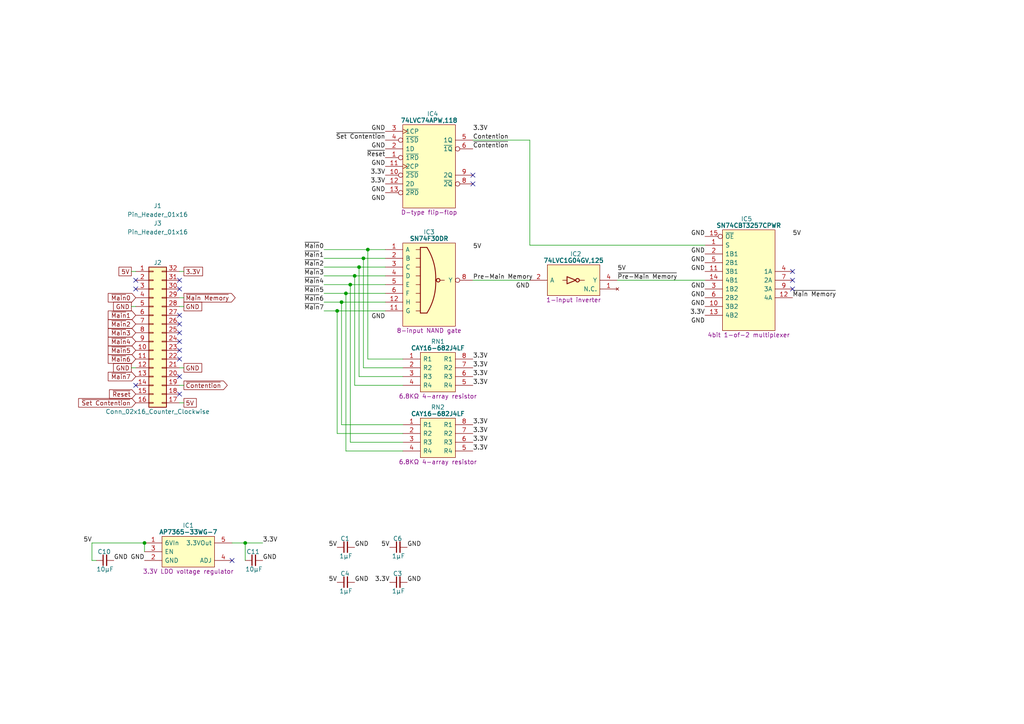
<source format=kicad_sch>
(kicad_sch
	(version 20231120)
	(generator "eeschema")
	(generator_version "8.0")
	(uuid "337b5f72-8be1-4121-9dc6-479b565482b2")
	(paper "A4")
	(title_block
		(title "Main Memory Abort")
		(date "2024-06-30")
		(rev "V0")
	)
	(lib_symbols
		(symbol "Bourns:CAY16-682J4LF"
			(pin_names
				(offset 0.762)
			)
			(exclude_from_sim no)
			(in_bom yes)
			(on_board yes)
			(property "Reference" "RN"
				(at 10.16 5.08 0)
				(effects
					(font
						(size 1.27 1.27)
					)
				)
			)
			(property "Value" "CAY16-682J4LF"
				(at 10.16 3.175 0)
				(effects
					(font
						(size 1.27 1.27)
						(bold yes)
					)
				)
			)
			(property "Footprint" "SamacSys_Parts:CAY16-J4"
				(at 20.32 -23.495 0)
				(effects
					(font
						(size 1.27 1.27)
					)
					(justify left)
					(hide yes)
				)
			)
			(property "Datasheet" "https://www.bourns.com/pdfs/CATCAY.pdf"
				(at 20.32 -26.035 0)
				(effects
					(font
						(size 1.27 1.27)
					)
					(justify left)
					(hide yes)
				)
			)
			(property "Description" "6.8KΩ 4-array resistor"
				(at 10.16 -10.795 0)
				(effects
					(font
						(size 1.27 1.27)
					)
				)
			)
			(property "Height" ""
				(at 24.13 -5.08 0)
				(effects
					(font
						(size 1.27 1.27)
					)
					(justify left)
					(hide yes)
				)
			)
			(property "Manufacturer_Name" "Bourns"
				(at 20.32 -28.575 0)
				(effects
					(font
						(size 1.27 1.27)
					)
					(justify left)
					(hide yes)
				)
			)
			(property "Silkscreen" "6.8KΩ"
				(at 10.16 -13.335 0)
				(effects
					(font
						(size 1.27 1.27)
					)
					(hide yes)
				)
			)
			(symbol "CAY16-682J4LF_0_0"
				(pin passive line
					(at 0 0 0)
					(length 5.08)
					(name "R1"
						(effects
							(font
								(size 1.27 1.27)
							)
						)
					)
					(number "1"
						(effects
							(font
								(size 1.27 1.27)
							)
						)
					)
				)
				(pin passive line
					(at 0 -2.54 0)
					(length 5.08)
					(name "R2"
						(effects
							(font
								(size 1.27 1.27)
							)
						)
					)
					(number "2"
						(effects
							(font
								(size 1.27 1.27)
							)
						)
					)
				)
				(pin passive line
					(at 0 -5.08 0)
					(length 5.08)
					(name "R3"
						(effects
							(font
								(size 1.27 1.27)
							)
						)
					)
					(number "3"
						(effects
							(font
								(size 1.27 1.27)
							)
						)
					)
				)
				(pin passive line
					(at 0 -7.62 0)
					(length 5.08)
					(name "R4"
						(effects
							(font
								(size 1.27 1.27)
							)
						)
					)
					(number "4"
						(effects
							(font
								(size 1.27 1.27)
							)
						)
					)
				)
				(pin passive line
					(at 20.32 -7.62 180)
					(length 5.08)
					(name "R4"
						(effects
							(font
								(size 1.27 1.27)
							)
						)
					)
					(number "5"
						(effects
							(font
								(size 1.27 1.27)
							)
						)
					)
				)
				(pin passive line
					(at 20.32 -5.08 180)
					(length 5.08)
					(name "R3"
						(effects
							(font
								(size 1.27 1.27)
							)
						)
					)
					(number "6"
						(effects
							(font
								(size 1.27 1.27)
							)
						)
					)
				)
				(pin passive line
					(at 20.32 -2.54 180)
					(length 5.08)
					(name "R2"
						(effects
							(font
								(size 1.27 1.27)
							)
						)
					)
					(number "7"
						(effects
							(font
								(size 1.27 1.27)
							)
						)
					)
				)
				(pin passive line
					(at 20.32 0 180)
					(length 5.08)
					(name "R1"
						(effects
							(font
								(size 1.27 1.27)
							)
						)
					)
					(number "8"
						(effects
							(font
								(size 1.27 1.27)
							)
						)
					)
				)
			)
			(symbol "CAY16-682J4LF_0_1"
				(polyline
					(pts
						(xy 5.08 1.905) (xy 15.24 1.905) (xy 15.24 -9.525) (xy 5.08 -9.525) (xy 5.08 1.905)
					)
					(stroke
						(width 0.1524)
						(type default)
					)
					(fill
						(type background)
					)
				)
			)
		)
		(symbol "Connector_Generic:Conn_02x16_Counter_Clockwise"
			(pin_names
				(offset 1.016) hide)
			(exclude_from_sim no)
			(in_bom yes)
			(on_board yes)
			(property "Reference" "J"
				(at 1.27 20.32 0)
				(effects
					(font
						(size 1.27 1.27)
					)
				)
			)
			(property "Value" "Conn_02x16_Counter_Clockwise"
				(at 1.27 -22.86 0)
				(effects
					(font
						(size 1.27 1.27)
					)
				)
			)
			(property "Footprint" ""
				(at 0 0 0)
				(effects
					(font
						(size 1.27 1.27)
					)
					(hide yes)
				)
			)
			(property "Datasheet" "~"
				(at 0 0 0)
				(effects
					(font
						(size 1.27 1.27)
					)
					(hide yes)
				)
			)
			(property "Description" "Generic connector, double row, 02x16, counter clockwise pin numbering scheme (similar to DIP package numbering), script generated (kicad-library-utils/schlib/autogen/connector/)"
				(at 0 0 0)
				(effects
					(font
						(size 1.27 1.27)
					)
					(hide yes)
				)
			)
			(property "ki_keywords" "connector"
				(at 0 0 0)
				(effects
					(font
						(size 1.27 1.27)
					)
					(hide yes)
				)
			)
			(property "ki_fp_filters" "Connector*:*_2x??_*"
				(at 0 0 0)
				(effects
					(font
						(size 1.27 1.27)
					)
					(hide yes)
				)
			)
			(symbol "Conn_02x16_Counter_Clockwise_1_1"
				(rectangle
					(start -1.27 -20.193)
					(end 0 -20.447)
					(stroke
						(width 0.1524)
						(type default)
					)
					(fill
						(type none)
					)
				)
				(rectangle
					(start -1.27 -17.653)
					(end 0 -17.907)
					(stroke
						(width 0.1524)
						(type default)
					)
					(fill
						(type none)
					)
				)
				(rectangle
					(start -1.27 -15.113)
					(end 0 -15.367)
					(stroke
						(width 0.1524)
						(type default)
					)
					(fill
						(type none)
					)
				)
				(rectangle
					(start -1.27 -12.573)
					(end 0 -12.827)
					(stroke
						(width 0.1524)
						(type default)
					)
					(fill
						(type none)
					)
				)
				(rectangle
					(start -1.27 -10.033)
					(end 0 -10.287)
					(stroke
						(width 0.1524)
						(type default)
					)
					(fill
						(type none)
					)
				)
				(rectangle
					(start -1.27 -7.493)
					(end 0 -7.747)
					(stroke
						(width 0.1524)
						(type default)
					)
					(fill
						(type none)
					)
				)
				(rectangle
					(start -1.27 -4.953)
					(end 0 -5.207)
					(stroke
						(width 0.1524)
						(type default)
					)
					(fill
						(type none)
					)
				)
				(rectangle
					(start -1.27 -2.413)
					(end 0 -2.667)
					(stroke
						(width 0.1524)
						(type default)
					)
					(fill
						(type none)
					)
				)
				(rectangle
					(start -1.27 0.127)
					(end 0 -0.127)
					(stroke
						(width 0.1524)
						(type default)
					)
					(fill
						(type none)
					)
				)
				(rectangle
					(start -1.27 2.667)
					(end 0 2.413)
					(stroke
						(width 0.1524)
						(type default)
					)
					(fill
						(type none)
					)
				)
				(rectangle
					(start -1.27 5.207)
					(end 0 4.953)
					(stroke
						(width 0.1524)
						(type default)
					)
					(fill
						(type none)
					)
				)
				(rectangle
					(start -1.27 7.747)
					(end 0 7.493)
					(stroke
						(width 0.1524)
						(type default)
					)
					(fill
						(type none)
					)
				)
				(rectangle
					(start -1.27 10.287)
					(end 0 10.033)
					(stroke
						(width 0.1524)
						(type default)
					)
					(fill
						(type none)
					)
				)
				(rectangle
					(start -1.27 12.827)
					(end 0 12.573)
					(stroke
						(width 0.1524)
						(type default)
					)
					(fill
						(type none)
					)
				)
				(rectangle
					(start -1.27 15.367)
					(end 0 15.113)
					(stroke
						(width 0.1524)
						(type default)
					)
					(fill
						(type none)
					)
				)
				(rectangle
					(start -1.27 17.907)
					(end 0 17.653)
					(stroke
						(width 0.1524)
						(type default)
					)
					(fill
						(type none)
					)
				)
				(rectangle
					(start -1.27 19.05)
					(end 3.81 -21.59)
					(stroke
						(width 0.254)
						(type default)
					)
					(fill
						(type background)
					)
				)
				(rectangle
					(start 3.81 -20.193)
					(end 2.54 -20.447)
					(stroke
						(width 0.1524)
						(type default)
					)
					(fill
						(type none)
					)
				)
				(rectangle
					(start 3.81 -17.653)
					(end 2.54 -17.907)
					(stroke
						(width 0.1524)
						(type default)
					)
					(fill
						(type none)
					)
				)
				(rectangle
					(start 3.81 -15.113)
					(end 2.54 -15.367)
					(stroke
						(width 0.1524)
						(type default)
					)
					(fill
						(type none)
					)
				)
				(rectangle
					(start 3.81 -12.573)
					(end 2.54 -12.827)
					(stroke
						(width 0.1524)
						(type default)
					)
					(fill
						(type none)
					)
				)
				(rectangle
					(start 3.81 -10.033)
					(end 2.54 -10.287)
					(stroke
						(width 0.1524)
						(type default)
					)
					(fill
						(type none)
					)
				)
				(rectangle
					(start 3.81 -7.493)
					(end 2.54 -7.747)
					(stroke
						(width 0.1524)
						(type default)
					)
					(fill
						(type none)
					)
				)
				(rectangle
					(start 3.81 -4.953)
					(end 2.54 -5.207)
					(stroke
						(width 0.1524)
						(type default)
					)
					(fill
						(type none)
					)
				)
				(rectangle
					(start 3.81 -2.413)
					(end 2.54 -2.667)
					(stroke
						(width 0.1524)
						(type default)
					)
					(fill
						(type none)
					)
				)
				(rectangle
					(start 3.81 0.127)
					(end 2.54 -0.127)
					(stroke
						(width 0.1524)
						(type default)
					)
					(fill
						(type none)
					)
				)
				(rectangle
					(start 3.81 2.667)
					(end 2.54 2.413)
					(stroke
						(width 0.1524)
						(type default)
					)
					(fill
						(type none)
					)
				)
				(rectangle
					(start 3.81 5.207)
					(end 2.54 4.953)
					(stroke
						(width 0.1524)
						(type default)
					)
					(fill
						(type none)
					)
				)
				(rectangle
					(start 3.81 7.747)
					(end 2.54 7.493)
					(stroke
						(width 0.1524)
						(type default)
					)
					(fill
						(type none)
					)
				)
				(rectangle
					(start 3.81 10.287)
					(end 2.54 10.033)
					(stroke
						(width 0.1524)
						(type default)
					)
					(fill
						(type none)
					)
				)
				(rectangle
					(start 3.81 12.827)
					(end 2.54 12.573)
					(stroke
						(width 0.1524)
						(type default)
					)
					(fill
						(type none)
					)
				)
				(rectangle
					(start 3.81 15.367)
					(end 2.54 15.113)
					(stroke
						(width 0.1524)
						(type default)
					)
					(fill
						(type none)
					)
				)
				(rectangle
					(start 3.81 17.907)
					(end 2.54 17.653)
					(stroke
						(width 0.1524)
						(type default)
					)
					(fill
						(type none)
					)
				)
				(pin passive line
					(at -5.08 17.78 0)
					(length 3.81)
					(name "Pin_1"
						(effects
							(font
								(size 1.27 1.27)
							)
						)
					)
					(number "1"
						(effects
							(font
								(size 1.27 1.27)
							)
						)
					)
				)
				(pin passive line
					(at -5.08 -5.08 0)
					(length 3.81)
					(name "Pin_10"
						(effects
							(font
								(size 1.27 1.27)
							)
						)
					)
					(number "10"
						(effects
							(font
								(size 1.27 1.27)
							)
						)
					)
				)
				(pin passive line
					(at -5.08 -7.62 0)
					(length 3.81)
					(name "Pin_11"
						(effects
							(font
								(size 1.27 1.27)
							)
						)
					)
					(number "11"
						(effects
							(font
								(size 1.27 1.27)
							)
						)
					)
				)
				(pin passive line
					(at -5.08 -10.16 0)
					(length 3.81)
					(name "Pin_12"
						(effects
							(font
								(size 1.27 1.27)
							)
						)
					)
					(number "12"
						(effects
							(font
								(size 1.27 1.27)
							)
						)
					)
				)
				(pin passive line
					(at -5.08 -12.7 0)
					(length 3.81)
					(name "Pin_13"
						(effects
							(font
								(size 1.27 1.27)
							)
						)
					)
					(number "13"
						(effects
							(font
								(size 1.27 1.27)
							)
						)
					)
				)
				(pin passive line
					(at -5.08 -15.24 0)
					(length 3.81)
					(name "Pin_14"
						(effects
							(font
								(size 1.27 1.27)
							)
						)
					)
					(number "14"
						(effects
							(font
								(size 1.27 1.27)
							)
						)
					)
				)
				(pin passive line
					(at -5.08 -17.78 0)
					(length 3.81)
					(name "Pin_15"
						(effects
							(font
								(size 1.27 1.27)
							)
						)
					)
					(number "15"
						(effects
							(font
								(size 1.27 1.27)
							)
						)
					)
				)
				(pin passive line
					(at -5.08 -20.32 0)
					(length 3.81)
					(name "Pin_16"
						(effects
							(font
								(size 1.27 1.27)
							)
						)
					)
					(number "16"
						(effects
							(font
								(size 1.27 1.27)
							)
						)
					)
				)
				(pin passive line
					(at 7.62 -20.32 180)
					(length 3.81)
					(name "Pin_17"
						(effects
							(font
								(size 1.27 1.27)
							)
						)
					)
					(number "17"
						(effects
							(font
								(size 1.27 1.27)
							)
						)
					)
				)
				(pin passive line
					(at 7.62 -17.78 180)
					(length 3.81)
					(name "Pin_18"
						(effects
							(font
								(size 1.27 1.27)
							)
						)
					)
					(number "18"
						(effects
							(font
								(size 1.27 1.27)
							)
						)
					)
				)
				(pin passive line
					(at 7.62 -15.24 180)
					(length 3.81)
					(name "Pin_19"
						(effects
							(font
								(size 1.27 1.27)
							)
						)
					)
					(number "19"
						(effects
							(font
								(size 1.27 1.27)
							)
						)
					)
				)
				(pin passive line
					(at -5.08 15.24 0)
					(length 3.81)
					(name "Pin_2"
						(effects
							(font
								(size 1.27 1.27)
							)
						)
					)
					(number "2"
						(effects
							(font
								(size 1.27 1.27)
							)
						)
					)
				)
				(pin passive line
					(at 7.62 -12.7 180)
					(length 3.81)
					(name "Pin_20"
						(effects
							(font
								(size 1.27 1.27)
							)
						)
					)
					(number "20"
						(effects
							(font
								(size 1.27 1.27)
							)
						)
					)
				)
				(pin passive line
					(at 7.62 -10.16 180)
					(length 3.81)
					(name "Pin_21"
						(effects
							(font
								(size 1.27 1.27)
							)
						)
					)
					(number "21"
						(effects
							(font
								(size 1.27 1.27)
							)
						)
					)
				)
				(pin passive line
					(at 7.62 -7.62 180)
					(length 3.81)
					(name "Pin_22"
						(effects
							(font
								(size 1.27 1.27)
							)
						)
					)
					(number "22"
						(effects
							(font
								(size 1.27 1.27)
							)
						)
					)
				)
				(pin passive line
					(at 7.62 -5.08 180)
					(length 3.81)
					(name "Pin_23"
						(effects
							(font
								(size 1.27 1.27)
							)
						)
					)
					(number "23"
						(effects
							(font
								(size 1.27 1.27)
							)
						)
					)
				)
				(pin passive line
					(at 7.62 -2.54 180)
					(length 3.81)
					(name "Pin_24"
						(effects
							(font
								(size 1.27 1.27)
							)
						)
					)
					(number "24"
						(effects
							(font
								(size 1.27 1.27)
							)
						)
					)
				)
				(pin passive line
					(at 7.62 0 180)
					(length 3.81)
					(name "Pin_25"
						(effects
							(font
								(size 1.27 1.27)
							)
						)
					)
					(number "25"
						(effects
							(font
								(size 1.27 1.27)
							)
						)
					)
				)
				(pin passive line
					(at 7.62 2.54 180)
					(length 3.81)
					(name "Pin_26"
						(effects
							(font
								(size 1.27 1.27)
							)
						)
					)
					(number "26"
						(effects
							(font
								(size 1.27 1.27)
							)
						)
					)
				)
				(pin passive line
					(at 7.62 5.08 180)
					(length 3.81)
					(name "Pin_27"
						(effects
							(font
								(size 1.27 1.27)
							)
						)
					)
					(number "27"
						(effects
							(font
								(size 1.27 1.27)
							)
						)
					)
				)
				(pin passive line
					(at 7.62 7.62 180)
					(length 3.81)
					(name "Pin_28"
						(effects
							(font
								(size 1.27 1.27)
							)
						)
					)
					(number "28"
						(effects
							(font
								(size 1.27 1.27)
							)
						)
					)
				)
				(pin passive line
					(at 7.62 10.16 180)
					(length 3.81)
					(name "Pin_29"
						(effects
							(font
								(size 1.27 1.27)
							)
						)
					)
					(number "29"
						(effects
							(font
								(size 1.27 1.27)
							)
						)
					)
				)
				(pin passive line
					(at -5.08 12.7 0)
					(length 3.81)
					(name "Pin_3"
						(effects
							(font
								(size 1.27 1.27)
							)
						)
					)
					(number "3"
						(effects
							(font
								(size 1.27 1.27)
							)
						)
					)
				)
				(pin passive line
					(at 7.62 12.7 180)
					(length 3.81)
					(name "Pin_30"
						(effects
							(font
								(size 1.27 1.27)
							)
						)
					)
					(number "30"
						(effects
							(font
								(size 1.27 1.27)
							)
						)
					)
				)
				(pin passive line
					(at 7.62 15.24 180)
					(length 3.81)
					(name "Pin_31"
						(effects
							(font
								(size 1.27 1.27)
							)
						)
					)
					(number "31"
						(effects
							(font
								(size 1.27 1.27)
							)
						)
					)
				)
				(pin passive line
					(at 7.62 17.78 180)
					(length 3.81)
					(name "Pin_32"
						(effects
							(font
								(size 1.27 1.27)
							)
						)
					)
					(number "32"
						(effects
							(font
								(size 1.27 1.27)
							)
						)
					)
				)
				(pin passive line
					(at -5.08 10.16 0)
					(length 3.81)
					(name "Pin_4"
						(effects
							(font
								(size 1.27 1.27)
							)
						)
					)
					(number "4"
						(effects
							(font
								(size 1.27 1.27)
							)
						)
					)
				)
				(pin passive line
					(at -5.08 7.62 0)
					(length 3.81)
					(name "Pin_5"
						(effects
							(font
								(size 1.27 1.27)
							)
						)
					)
					(number "5"
						(effects
							(font
								(size 1.27 1.27)
							)
						)
					)
				)
				(pin passive line
					(at -5.08 5.08 0)
					(length 3.81)
					(name "Pin_6"
						(effects
							(font
								(size 1.27 1.27)
							)
						)
					)
					(number "6"
						(effects
							(font
								(size 1.27 1.27)
							)
						)
					)
				)
				(pin passive line
					(at -5.08 2.54 0)
					(length 3.81)
					(name "Pin_7"
						(effects
							(font
								(size 1.27 1.27)
							)
						)
					)
					(number "7"
						(effects
							(font
								(size 1.27 1.27)
							)
						)
					)
				)
				(pin passive line
					(at -5.08 0 0)
					(length 3.81)
					(name "Pin_8"
						(effects
							(font
								(size 1.27 1.27)
							)
						)
					)
					(number "8"
						(effects
							(font
								(size 1.27 1.27)
							)
						)
					)
				)
				(pin passive line
					(at -5.08 -2.54 0)
					(length 3.81)
					(name "Pin_9"
						(effects
							(font
								(size 1.27 1.27)
							)
						)
					)
					(number "9"
						(effects
							(font
								(size 1.27 1.27)
							)
						)
					)
				)
			)
		)
		(symbol "Diodes_Inc:AP7365-33WG-7"
			(pin_names
				(offset 0.762)
			)
			(exclude_from_sim no)
			(in_bom yes)
			(on_board yes)
			(property "Reference" "IC"
				(at 12.7 5.08 0)
				(effects
					(font
						(size 1.27 1.27)
					)
				)
			)
			(property "Value" "AP7365-33WG-7"
				(at 12.7 3.175 0)
				(effects
					(font
						(size 1.27 1.27)
						(bold yes)
					)
				)
			)
			(property "Footprint" "SamacSys_Parts:SOT95P285X130-5N"
				(at 21.59 -14.605 0)
				(effects
					(font
						(size 1.27 1.27)
					)
					(justify left)
					(hide yes)
				)
			)
			(property "Datasheet" "https://componentsearchengine.com/Datasheets/1/AP7365-33WG-7.pdf"
				(at 21.59 -17.145 0)
				(effects
					(font
						(size 1.27 1.27)
					)
					(justify left)
					(hide yes)
				)
			)
			(property "Description" "3.3V LDO voltage regulator"
				(at 12.7 -8.255 0)
				(effects
					(font
						(size 1.27 1.27)
					)
				)
			)
			(property "Height" "1.3"
				(at 21.59 -19.685 0)
				(effects
					(font
						(size 1.27 1.27)
					)
					(justify left)
					(hide yes)
				)
			)
			(property "Manufacturer_Name" "Diodes Inc."
				(at 21.59 -22.225 0)
				(effects
					(font
						(size 1.27 1.27)
					)
					(justify left)
					(hide yes)
				)
			)
			(property "Manufacturer_Part_Number" "AP7365-33WG-7"
				(at 21.59 -24.765 0)
				(effects
					(font
						(size 1.27 1.27)
					)
					(justify left)
					(hide yes)
				)
			)
			(property "Mouser Part Number" "621-AP7365-33WG-7"
				(at 21.59 -27.305 0)
				(effects
					(font
						(size 1.27 1.27)
					)
					(justify left)
					(hide yes)
				)
			)
			(property "Mouser Price/Stock" "https://www.mouser.co.uk/ProductDetail/Diodes-Incorporated/AP7365-33WG-7?qs=abZ1nkZpTuOZFvxvoFPL0w%3D%3D"
				(at 21.59 -29.845 0)
				(effects
					(font
						(size 1.27 1.27)
					)
					(justify left)
					(hide yes)
				)
			)
			(property "Arrow Part Number" "AP7365-33WG-7"
				(at 21.59 -32.385 0)
				(effects
					(font
						(size 1.27 1.27)
					)
					(justify left)
					(hide yes)
				)
			)
			(property "Arrow Price/Stock" "https://www.arrow.com/en/products/ap7365-33wg-7/diodes-incorporated?region=nac"
				(at 21.59 -34.925 0)
				(effects
					(font
						(size 1.27 1.27)
					)
					(justify left)
					(hide yes)
				)
			)
			(property "Silkscreen" "AP7365"
				(at 21.59 -12.065 0)
				(effects
					(font
						(size 1.27 1.27)
					)
					(justify left)
					(hide yes)
				)
			)
			(symbol "AP7365-33WG-7_0_0"
				(pin passive line
					(at 0 -5.08 0)
					(length 5.08)
					(name "GND"
						(effects
							(font
								(size 1.27 1.27)
							)
						)
					)
					(number "2"
						(effects
							(font
								(size 1.27 1.27)
							)
						)
					)
				)
				(pin input line
					(at 0 -2.54 0)
					(length 5.08)
					(name "EN"
						(effects
							(font
								(size 1.27 1.27)
							)
						)
					)
					(number "3"
						(effects
							(font
								(size 1.27 1.27)
							)
						)
					)
				)
				(pin passive line
					(at 25.4 -5.08 180)
					(length 5.08)
					(name "ADJ"
						(effects
							(font
								(size 1.27 1.27)
							)
						)
					)
					(number "4"
						(effects
							(font
								(size 1.27 1.27)
							)
						)
					)
				)
			)
			(symbol "AP7365-33WG-7_0_1"
				(polyline
					(pts
						(xy 5.08 1.905) (xy 20.32 1.905) (xy 20.32 -6.985) (xy 5.08 -6.985) (xy 5.08 1.905)
					)
					(stroke
						(width 0)
						(type default)
					)
					(fill
						(type background)
					)
				)
			)
			(symbol "AP7365-33WG-7_1_0"
				(pin passive line
					(at 0 0 0)
					(length 5.08)
					(name "6VIn"
						(effects
							(font
								(size 1.27 1.27)
							)
						)
					)
					(number "1"
						(effects
							(font
								(size 1.27 1.27)
							)
						)
					)
				)
				(pin passive line
					(at 25.4 0 180)
					(length 5.08)
					(name "3.3VOut"
						(effects
							(font
								(size 1.27 1.27)
							)
						)
					)
					(number "5"
						(effects
							(font
								(size 1.27 1.27)
							)
						)
					)
				)
			)
		)
		(symbol "HCP65:C_0805"
			(pin_numbers hide)
			(pin_names
				(offset 0.254) hide)
			(exclude_from_sim no)
			(in_bom yes)
			(on_board yes)
			(property "Reference" "C"
				(at 2.286 2.54 0)
				(effects
					(font
						(size 1.27 1.27)
					)
				)
			)
			(property "Value" "?μF"
				(at 2.54 -2.54 0)
				(effects
					(font
						(size 1.27 1.27)
					)
				)
			)
			(property "Footprint" "SamacSys_Parts:C_0805"
				(at 16.764 -7.62 0)
				(effects
					(font
						(size 1.27 1.27)
					)
					(hide yes)
				)
			)
			(property "Datasheet" ""
				(at 2.2225 0.3175 90)
				(effects
					(font
						(size 1.27 1.27)
					)
					(hide yes)
				)
			)
			(property "Description" ""
				(at 0 0 0)
				(effects
					(font
						(size 1.27 1.27)
					)
					(hide yes)
				)
			)
			(property "ki_keywords" "capacitor cap"
				(at 0 0 0)
				(effects
					(font
						(size 1.27 1.27)
					)
					(hide yes)
				)
			)
			(property "ki_fp_filters" "C_*"
				(at 0 0 0)
				(effects
					(font
						(size 1.27 1.27)
					)
					(hide yes)
				)
			)
			(symbol "C_0805_0_1"
				(polyline
					(pts
						(xy 1.9685 -1.4605) (xy 1.9685 1.5875)
					)
					(stroke
						(width 0.3048)
						(type default)
					)
					(fill
						(type none)
					)
				)
				(polyline
					(pts
						(xy 2.9845 -1.4605) (xy 2.9845 1.5875)
					)
					(stroke
						(width 0.3302)
						(type default)
					)
					(fill
						(type none)
					)
				)
			)
			(symbol "C_0805_1_1"
				(pin passive line
					(at 0 0 0)
					(length 2.032)
					(name "~"
						(effects
							(font
								(size 1.27 1.27)
							)
						)
					)
					(number "1"
						(effects
							(font
								(size 1.27 1.27)
							)
						)
					)
				)
				(pin passive line
					(at 5.08 0 180)
					(length 2.032)
					(name "~"
						(effects
							(font
								(size 1.27 1.27)
							)
						)
					)
					(number "2"
						(effects
							(font
								(size 1.27 1.27)
							)
						)
					)
				)
			)
		)
		(symbol "HCP65:Pin_Header_01x32"
			(pin_names
				(offset 1.016) hide)
			(exclude_from_sim no)
			(in_bom yes)
			(on_board yes)
			(property "Reference" "J"
				(at 0 1.27 0)
				(effects
					(font
						(size 1.27 1.27)
					)
				)
			)
			(property "Value" "Pin_Header_01x32"
				(at 0 -1.27 0)
				(effects
					(font
						(size 1.27 1.27)
					)
				)
			)
			(property "Footprint" "SamacSys_Parts:PinHeader_1x32_P2.54mm_Vertical"
				(at 0 -3.81 0)
				(effects
					(font
						(size 1.27 1.27)
					)
					(hide yes)
				)
			)
			(property "Datasheet" "~"
				(at -5.08 0 0)
				(effects
					(font
						(size 1.27 1.27)
					)
					(hide yes)
				)
			)
			(property "Description" ""
				(at 0 0 0)
				(effects
					(font
						(size 1.27 1.27)
					)
					(hide yes)
				)
			)
			(property "ki_fp_filters" "Connector*:*_1x??_*"
				(at 0 0 0)
				(effects
					(font
						(size 1.27 1.27)
					)
					(hide yes)
				)
			)
		)
		(symbol "Nexperia:74LVC1G04GV,125"
			(pin_names
				(offset 0.762)
			)
			(exclude_from_sim no)
			(in_bom yes)
			(on_board yes)
			(property "Reference" "IC"
				(at 13.335 5.08 0)
				(effects
					(font
						(size 1.27 1.27)
					)
				)
			)
			(property "Value" "74LVC1G04GV,125"
				(at 12.7 3.175 0)
				(effects
					(font
						(size 1.27 1.27)
						(bold yes)
					)
				)
			)
			(property "Footprint" "SamacSys_Parts:SOT95P275X110-5N"
				(at 26.035 -22.86 0)
				(effects
					(font
						(size 1.27 1.27)
					)
					(justify left)
					(hide yes)
				)
			)
			(property "Datasheet" "https://assets.nexperia.com/documents/data-sheet/74LVC1G04.pdf"
				(at 26.035 -25.4 0)
				(effects
					(font
						(size 1.27 1.27)
					)
					(justify left)
					(hide yes)
				)
			)
			(property "Description" "1-input inverter"
				(at 12.7 -8.255 0)
				(effects
					(font
						(size 1.27 1.27)
					)
				)
			)
			(property "Height" "1.1"
				(at 26.035 -30.48 0)
				(effects
					(font
						(size 1.27 1.27)
					)
					(justify left)
					(hide yes)
				)
			)
			(property "Manufacturer_Name" "Nexperia"
				(at 26.035 -33.02 0)
				(effects
					(font
						(size 1.27 1.27)
					)
					(justify left)
					(hide yes)
				)
			)
			(property "Manufacturer_Part_Number" "74LVC1G04GV,125"
				(at 26.035 -35.56 0)
				(effects
					(font
						(size 1.27 1.27)
					)
					(justify left)
					(hide yes)
				)
			)
			(property "Mouser Part Number" "771-74LVC1G04GV"
				(at 26.035 -38.1 0)
				(effects
					(font
						(size 1.27 1.27)
					)
					(justify left)
					(hide yes)
				)
			)
			(property "Mouser Price/Stock" "https://www.mouser.co.uk/ProductDetail/Nexperia/74LVC1G04GV125?qs=me8TqzrmIYW6McwMAxl%2F9w%3D%3D"
				(at 26.035 -40.64 0)
				(effects
					(font
						(size 1.27 1.27)
					)
					(justify left)
					(hide yes)
				)
			)
			(property "Silkscreen" "'1G04"
				(at 13.335 -10.795 0)
				(effects
					(font
						(size 1.27 1.27)
					)
					(hide yes)
				)
			)
			(symbol "74LVC1G04GV,125_0_0"
				(pin no_connect line
					(at 25.4 -5.08 180)
					(length 5.08)
					(name "N.C."
						(effects
							(font
								(size 1.27 1.27)
							)
						)
					)
					(number "1"
						(effects
							(font
								(size 1.27 1.27)
							)
						)
					)
				)
				(pin input line
					(at 0 -2.54 0)
					(length 5.08)
					(name "A"
						(effects
							(font
								(size 1.27 1.27)
							)
						)
					)
					(number "2"
						(effects
							(font
								(size 1.27 1.27)
							)
						)
					)
				)
				(pin passive line
					(at 0 -5.08 0)
					(length 5.08) hide
					(name "GND"
						(effects
							(font
								(size 1.27 1.27)
							)
						)
					)
					(number "3"
						(effects
							(font
								(size 1.27 1.27)
							)
						)
					)
				)
				(pin output line
					(at 25.4 -2.54 180)
					(length 5.08)
					(name "Y"
						(effects
							(font
								(size 1.27 1.27)
							)
						)
					)
					(number "4"
						(effects
							(font
								(size 1.27 1.27)
							)
						)
					)
				)
				(pin passive line
					(at 25.4 0 180)
					(length 5.08) hide
					(name "3V"
						(effects
							(font
								(size 1.27 1.27)
							)
						)
					)
					(number "5"
						(effects
							(font
								(size 1.27 1.27)
							)
						)
					)
				)
			)
			(symbol "74LVC1G04GV,125_0_1"
				(polyline
					(pts
						(xy 9.525 -2.54) (xy 10.7949 -2.54)
					)
					(stroke
						(width 0)
						(type default)
					)
					(fill
						(type none)
					)
				)
				(polyline
					(pts
						(xy 14.351 -2.54) (xy 15.875 -2.54)
					)
					(stroke
						(width 0)
						(type default)
					)
					(fill
						(type none)
					)
				)
				(polyline
					(pts
						(xy 10.795 -3.556) (xy 13.335 -2.54) (xy 10.795 -1.524)
					)
					(stroke
						(width 0.254)
						(type default)
					)
					(fill
						(type none)
					)
				)
				(polyline
					(pts
						(xy 5.08 1.905) (xy 20.32 1.905) (xy 20.32 -6.985) (xy 5.08 -6.985) (xy 5.08 1.905)
					)
					(stroke
						(width 0.1524)
						(type default)
					)
					(fill
						(type background)
					)
				)
				(rectangle
					(start 10.795 -1.524)
					(end 10.795 -3.556)
					(stroke
						(width 0.254)
						(type default)
					)
					(fill
						(type background)
					)
				)
				(circle
					(center 13.843 -2.54)
					(radius 0.508)
					(stroke
						(width 0.254)
						(type default)
					)
					(fill
						(type none)
					)
				)
			)
		)
		(symbol "Nexperia:74LVC74APW,118"
			(pin_names
				(offset 0.762)
			)
			(exclude_from_sim no)
			(in_bom yes)
			(on_board yes)
			(property "Reference" "IC"
				(at 12.065 5.08 0)
				(effects
					(font
						(size 1.27 1.27)
					)
					(justify left)
				)
			)
			(property "Value" "74LVC74APW,118"
				(at 12.7 3.175 0)
				(effects
					(font
						(size 1.27 1.27)
						(bold yes)
					)
				)
			)
			(property "Footprint" "SamacSys_Parts:SOP65P640X110-14N"
				(at 24.765 -25.4 0)
				(effects
					(font
						(size 1.27 1.27)
					)
					(justify left)
					(hide yes)
				)
			)
			(property "Datasheet" "https://assets.nexperia.com/documents/data-sheet/74LVC74A.pdf"
				(at 24.765 -27.94 0)
				(effects
					(font
						(size 1.27 1.27)
					)
					(justify left)
					(hide yes)
				)
			)
			(property "Description" "D-type flip-flop"
				(at 12.7 -23.495 0)
				(effects
					(font
						(size 1.27 1.27)
					)
				)
			)
			(property "Height" "1.1"
				(at 24.765 -33.02 0)
				(effects
					(font
						(size 1.27 1.27)
					)
					(justify left)
					(hide yes)
				)
			)
			(property "Mouser Part Number" "771-74LVC74APW-T"
				(at 24.765 -35.56 0)
				(effects
					(font
						(size 1.27 1.27)
					)
					(justify left)
					(hide yes)
				)
			)
			(property "Mouser Price/Stock" "https://www.mouser.co.uk/ProductDetail/Nexperia/74LVC74APW118?qs=me8TqzrmIYVtXwVfet0lzw%3D%3D"
				(at 24.765 -38.1 0)
				(effects
					(font
						(size 1.27 1.27)
					)
					(justify left)
					(hide yes)
				)
			)
			(property "Manufacturer_Name" "Nexperia"
				(at 24.765 -40.64 0)
				(effects
					(font
						(size 1.27 1.27)
					)
					(justify left)
					(hide yes)
				)
			)
			(property "Manufacturer_Part_Number" "74LVC74APW,118"
				(at 24.765 -43.18 0)
				(effects
					(font
						(size 1.27 1.27)
					)
					(justify left)
					(hide yes)
				)
			)
			(property "Silkscreen" "74LVC74"
				(at 12.7 -26.035 0)
				(effects
					(font
						(size 1.27 1.27)
					)
					(hide yes)
				)
			)
			(property "Garbage" "74LVC74A - Dual D-type flip-flop with set and reset; positive-edge trigger@en-us"
				(at 0 0 0)
				(effects
					(font
						(size 1.27 1.27)
					)
					(hide yes)
				)
			)
			(symbol "74LVC74APW,118_0_0"
				(pin input inverted
					(at 0 -7.62 0)
					(length 5.08)
					(name "~{1RD}"
						(effects
							(font
								(size 1.27 1.27)
							)
						)
					)
					(number "1"
						(effects
							(font
								(size 1.27 1.27)
							)
						)
					)
				)
				(pin input inverted
					(at 0 -12.7 0)
					(length 5.08)
					(name "~{2SD}"
						(effects
							(font
								(size 1.27 1.27)
							)
						)
					)
					(number "10"
						(effects
							(font
								(size 1.27 1.27)
							)
						)
					)
				)
				(pin input clock
					(at 0 -10.16 0)
					(length 5.08)
					(name "2CP"
						(effects
							(font
								(size 1.27 1.27)
							)
						)
					)
					(number "11"
						(effects
							(font
								(size 1.27 1.27)
							)
						)
					)
				)
				(pin input line
					(at 0 -15.24 0)
					(length 5.08)
					(name "2D"
						(effects
							(font
								(size 1.27 1.27)
							)
						)
					)
					(number "12"
						(effects
							(font
								(size 1.27 1.27)
							)
						)
					)
				)
				(pin input inverted
					(at 0 -17.78 0)
					(length 5.08)
					(name "~{2RD}"
						(effects
							(font
								(size 1.27 1.27)
							)
						)
					)
					(number "13"
						(effects
							(font
								(size 1.27 1.27)
							)
						)
					)
				)
				(pin passive line
					(at 25.4 0 180)
					(length 5.08) hide
					(name "3V"
						(effects
							(font
								(size 1.27 1.27)
							)
						)
					)
					(number "14"
						(effects
							(font
								(size 1.27 1.27)
							)
						)
					)
				)
				(pin input line
					(at 0 -5.08 0)
					(length 5.08)
					(name "1D"
						(effects
							(font
								(size 1.27 1.27)
							)
						)
					)
					(number "2"
						(effects
							(font
								(size 1.27 1.27)
							)
						)
					)
				)
				(pin input clock
					(at 0 0 0)
					(length 5.08)
					(name "1CP"
						(effects
							(font
								(size 1.27 1.27)
							)
						)
					)
					(number "3"
						(effects
							(font
								(size 1.27 1.27)
							)
						)
					)
				)
				(pin input inverted
					(at 0 -2.54 0)
					(length 5.08)
					(name "~{1SD}"
						(effects
							(font
								(size 1.27 1.27)
							)
						)
					)
					(number "4"
						(effects
							(font
								(size 1.27 1.27)
							)
						)
					)
				)
				(pin output line
					(at 25.4 -2.54 180)
					(length 5.08)
					(name "1Q"
						(effects
							(font
								(size 1.27 1.27)
							)
						)
					)
					(number "5"
						(effects
							(font
								(size 1.27 1.27)
							)
						)
					)
				)
				(pin output inverted
					(at 25.4 -5.08 180)
					(length 5.08)
					(name "~{1Q}"
						(effects
							(font
								(size 1.27 1.27)
							)
						)
					)
					(number "6"
						(effects
							(font
								(size 1.27 1.27)
							)
						)
					)
				)
				(pin passive line
					(at 0 -20.32 0)
					(length 5.08) hide
					(name "GND"
						(effects
							(font
								(size 1.27 1.27)
							)
						)
					)
					(number "7"
						(effects
							(font
								(size 1.27 1.27)
							)
						)
					)
				)
				(pin output inverted
					(at 25.4 -15.24 180)
					(length 5.08)
					(name "~{2Q}"
						(effects
							(font
								(size 1.27 1.27)
							)
						)
					)
					(number "8"
						(effects
							(font
								(size 1.27 1.27)
							)
						)
					)
				)
				(pin output line
					(at 25.4 -12.7 180)
					(length 5.08)
					(name "2Q"
						(effects
							(font
								(size 1.27 1.27)
							)
						)
					)
					(number "9"
						(effects
							(font
								(size 1.27 1.27)
							)
						)
					)
				)
			)
			(symbol "74LVC74APW,118_0_1"
				(polyline
					(pts
						(xy 5.08 1.905) (xy 20.32 1.905) (xy 20.32 -22.225) (xy 5.08 -22.225) (xy 5.08 1.905)
					)
					(stroke
						(width 0.1524)
						(type default)
					)
					(fill
						(type background)
					)
				)
			)
		)
		(symbol "Texas_Instruments:SN74CBT3257CPWR"
			(pin_names
				(offset 0.762)
			)
			(exclude_from_sim no)
			(in_bom yes)
			(on_board yes)
			(property "Reference" "IC"
				(at 12.065 5.08 0)
				(effects
					(font
						(size 1.27 1.27)
					)
				)
			)
			(property "Value" "SN74CBT3257CPWR"
				(at 12.7 3.175 0)
				(effects
					(font
						(size 1.27 1.27)
						(bold yes)
					)
				)
			)
			(property "Footprint" "SamacSys_Parts:SOP65P640X120-16N"
				(at 26.67 -36.195 0)
				(effects
					(font
						(size 1.27 1.27)
					)
					(justify left)
					(hide yes)
				)
			)
			(property "Datasheet" "http://www.ti.com/lit/gpn/sn74cbt3257c"
				(at 26.67 -38.735 0)
				(effects
					(font
						(size 1.27 1.27)
					)
					(justify left)
					(hide yes)
				)
			)
			(property "Description" "4bit 1-of-2 multiplexer"
				(at 12.7 -28.575 0)
				(effects
					(font
						(size 1.27 1.27)
					)
				)
			)
			(property "Height" "1.2"
				(at 26.67 -43.815 0)
				(effects
					(font
						(size 1.27 1.27)
					)
					(justify left)
					(hide yes)
				)
			)
			(property "Manufacturer_Name" "Texas Instruments"
				(at 26.67 -46.355 0)
				(effects
					(font
						(size 1.27 1.27)
					)
					(justify left)
					(hide yes)
				)
			)
			(property "Manufacturer_Part_Number" "SN74CBT3257CPWR"
				(at 26.67 -48.895 0)
				(effects
					(font
						(size 1.27 1.27)
					)
					(justify left)
					(hide yes)
				)
			)
			(property "Mouser Part Number" "595-SN74CBT3257CPWR"
				(at 26.67 -51.435 0)
				(effects
					(font
						(size 1.27 1.27)
					)
					(justify left)
					(hide yes)
				)
			)
			(property "Mouser Price/Stock" "https://www.mouser.co.uk/ProductDetail/Texas-Instruments/SN74CBT3257CPWR?qs=mE33ZKBHyE5D4NimaCu2TA%3D%3D"
				(at 26.67 -53.975 0)
				(effects
					(font
						(size 1.27 1.27)
					)
					(justify left)
					(hide yes)
				)
			)
			(property "Silkscreen" "74CBT3257"
				(at 12.065 -30.48 0)
				(effects
					(font
						(size 1.27 1.27)
					)
					(hide yes)
				)
			)
			(property "Garbage" "4-Bit 1-Of-2 FET Multiplexer/Demultiplexer with -2 V Undershoot Protection"
				(at 0 0 0)
				(effects
					(font
						(size 1.27 1.27)
					)
					(hide yes)
				)
			)
			(symbol "SN74CBT3257CPWR_0_0"
				(pin input line
					(at 0 -2.54 0)
					(length 5.08)
					(name "S"
						(effects
							(font
								(size 1.27 1.27)
							)
						)
					)
					(number "1"
						(effects
							(font
								(size 1.27 1.27)
							)
						)
					)
				)
				(pin passive line
					(at 0 -25.4 0)
					(length 5.08) hide
					(name "GND"
						(effects
							(font
								(size 1.27 1.27)
							)
						)
					)
					(number "8"
						(effects
							(font
								(size 1.27 1.27)
							)
						)
					)
				)
			)
			(symbol "SN74CBT3257CPWR_0_1"
				(polyline
					(pts
						(xy 5.08 1.905) (xy 20.32 1.905) (xy 20.32 -27.305) (xy 5.08 -27.305) (xy 5.08 1.905)
					)
					(stroke
						(width 0.1524)
						(type default)
					)
					(fill
						(type background)
					)
				)
			)
			(symbol "SN74CBT3257CPWR_1_0"
				(pin tri_state line
					(at 0 -20.32 0)
					(length 5.08)
					(name "3B2"
						(effects
							(font
								(size 1.27 1.27)
							)
						)
					)
					(number "10"
						(effects
							(font
								(size 1.27 1.27)
							)
						)
					)
				)
				(pin tri_state line
					(at 0 -10.16 0)
					(length 5.08)
					(name "3B1"
						(effects
							(font
								(size 1.27 1.27)
							)
						)
					)
					(number "11"
						(effects
							(font
								(size 1.27 1.27)
							)
						)
					)
				)
				(pin tri_state line
					(at 25.4 -17.78 180)
					(length 5.08)
					(name "4A"
						(effects
							(font
								(size 1.27 1.27)
							)
						)
					)
					(number "12"
						(effects
							(font
								(size 1.27 1.27)
							)
						)
					)
				)
				(pin tri_state line
					(at 0 -22.86 0)
					(length 5.08)
					(name "4B2"
						(effects
							(font
								(size 1.27 1.27)
							)
						)
					)
					(number "13"
						(effects
							(font
								(size 1.27 1.27)
							)
						)
					)
				)
				(pin tri_state line
					(at 0 -12.7 0)
					(length 5.08)
					(name "4B1"
						(effects
							(font
								(size 1.27 1.27)
							)
						)
					)
					(number "14"
						(effects
							(font
								(size 1.27 1.27)
							)
						)
					)
				)
				(pin input inverted
					(at 0 0 0)
					(length 5.08)
					(name "~{OE}"
						(effects
							(font
								(size 1.27 1.27)
							)
						)
					)
					(number "15"
						(effects
							(font
								(size 1.27 1.27)
							)
						)
					)
				)
				(pin passive line
					(at 25.4 0 180)
					(length 5.08) hide
					(name "5V"
						(effects
							(font
								(size 1.27 1.27)
							)
						)
					)
					(number "16"
						(effects
							(font
								(size 1.27 1.27)
							)
						)
					)
				)
				(pin tri_state line
					(at 0 -5.08 0)
					(length 5.08)
					(name "1B1"
						(effects
							(font
								(size 1.27 1.27)
							)
						)
					)
					(number "2"
						(effects
							(font
								(size 1.27 1.27)
							)
						)
					)
				)
				(pin tri_state line
					(at 0 -15.24 0)
					(length 5.08)
					(name "1B2"
						(effects
							(font
								(size 1.27 1.27)
							)
						)
					)
					(number "3"
						(effects
							(font
								(size 1.27 1.27)
							)
						)
					)
				)
				(pin tri_state line
					(at 25.4 -10.16 180)
					(length 5.08)
					(name "1A"
						(effects
							(font
								(size 1.27 1.27)
							)
						)
					)
					(number "4"
						(effects
							(font
								(size 1.27 1.27)
							)
						)
					)
				)
				(pin tri_state line
					(at 0 -7.62 0)
					(length 5.08)
					(name "2B1"
						(effects
							(font
								(size 1.27 1.27)
							)
						)
					)
					(number "5"
						(effects
							(font
								(size 1.27 1.27)
							)
						)
					)
				)
				(pin tri_state line
					(at 0 -17.78 0)
					(length 5.08)
					(name "2B2"
						(effects
							(font
								(size 1.27 1.27)
							)
						)
					)
					(number "6"
						(effects
							(font
								(size 1.27 1.27)
							)
						)
					)
				)
				(pin tri_state line
					(at 25.4 -12.7 180)
					(length 5.08)
					(name "2A"
						(effects
							(font
								(size 1.27 1.27)
							)
						)
					)
					(number "7"
						(effects
							(font
								(size 1.27 1.27)
							)
						)
					)
				)
				(pin tri_state line
					(at 25.4 -15.24 180)
					(length 5.08)
					(name "3A"
						(effects
							(font
								(size 1.27 1.27)
							)
						)
					)
					(number "9"
						(effects
							(font
								(size 1.27 1.27)
							)
						)
					)
				)
			)
		)
		(symbol "Texas_Instruments:SN74F30DR"
			(pin_names
				(offset 0.762)
			)
			(exclude_from_sim no)
			(in_bom yes)
			(on_board yes)
			(property "Reference" "IC"
				(at 12.7 5.08 0)
				(effects
					(font
						(size 1.27 1.27)
					)
				)
			)
			(property "Value" "SN74F30DR"
				(at 12.7 3.175 0)
				(effects
					(font
						(size 1.27 1.27)
						(bold yes)
					)
				)
			)
			(property "Footprint" "SamacSys_Parts:SOIC127P600X175-14N"
				(at 26.035 -33.655 0)
				(effects
					(font
						(size 1.27 1.27)
					)
					(justify left)
					(hide yes)
				)
			)
			(property "Datasheet" "http://www.ti.com/lit/gpn/sn74f30"
				(at 26.035 -36.195 0)
				(effects
					(font
						(size 1.27 1.27)
					)
					(justify left)
					(hide yes)
				)
			)
			(property "Description" "8-input NAND gate"
				(at 12.7 -23.495 0)
				(effects
					(font
						(size 1.27 1.27)
					)
				)
			)
			(property "Height" "1.75"
				(at 26.035 -41.275 0)
				(effects
					(font
						(size 1.27 1.27)
					)
					(justify left)
					(hide yes)
				)
			)
			(property "Manufacturer_Name" "Texas Instruments"
				(at 26.035 -43.815 0)
				(effects
					(font
						(size 1.27 1.27)
					)
					(justify left)
					(hide yes)
				)
			)
			(property "Manufacturer_Part_Number" "SN74F30DR"
				(at 26.035 -46.355 0)
				(effects
					(font
						(size 1.27 1.27)
					)
					(justify left)
					(hide yes)
				)
			)
			(property "Mouser Part Number" "595-SN74F30DR"
				(at 26.035 -48.895 0)
				(effects
					(font
						(size 1.27 1.27)
					)
					(justify left)
					(hide yes)
				)
			)
			(property "Mouser Price/Stock" "https://www.mouser.com/Search/Refine.aspx?Keyword=595-SN74F30DR"
				(at 26.035 -51.435 0)
				(effects
					(font
						(size 1.27 1.27)
					)
					(justify left)
					(hide yes)
				)
			)
			(property "Silkscreen" "74F30"
				(at 12.7 -25.4 0)
				(effects
					(font
						(size 1.27 1.27)
					)
					(hide yes)
				)
			)
			(property "Garbage" "8-input positive-NAND gates"
				(at 0 0 0)
				(effects
					(font
						(size 1.27 1.27)
					)
					(hide yes)
				)
			)
			(symbol "SN74F30DR_0_0"
				(pin input line
					(at 0 0 0)
					(length 5.08)
					(name "A"
						(effects
							(font
								(size 1.27 1.27)
							)
						)
					)
					(number "1"
						(effects
							(font
								(size 1.27 1.27)
							)
						)
					)
				)
				(pin no_connect line
					(at 25.4 -17.78 180)
					(length 5.08) hide
					(name "N.C."
						(effects
							(font
								(size 1.27 1.27)
							)
						)
					)
					(number "10"
						(effects
							(font
								(size 1.27 1.27)
							)
						)
					)
				)
				(pin input line
					(at 0 -17.78 0)
					(length 5.08)
					(name "G"
						(effects
							(font
								(size 1.27 1.27)
							)
						)
					)
					(number "11"
						(effects
							(font
								(size 1.27 1.27)
							)
						)
					)
				)
				(pin input line
					(at 0 -15.24 0)
					(length 5.08)
					(name "H"
						(effects
							(font
								(size 1.27 1.27)
							)
						)
					)
					(number "12"
						(effects
							(font
								(size 1.27 1.27)
							)
						)
					)
				)
				(pin no_connect line
					(at 25.4 -15.24 180)
					(length 5.08) hide
					(name "N.C."
						(effects
							(font
								(size 1.27 1.27)
							)
						)
					)
					(number "13"
						(effects
							(font
								(size 1.27 1.27)
							)
						)
					)
				)
				(pin passive line
					(at 25.4 0 180)
					(length 5.08) hide
					(name "5V"
						(effects
							(font
								(size 1.27 1.27)
							)
						)
					)
					(number "14"
						(effects
							(font
								(size 1.27 1.27)
							)
						)
					)
				)
				(pin input line
					(at 0 -2.54 0)
					(length 5.08)
					(name "B"
						(effects
							(font
								(size 1.27 1.27)
							)
						)
					)
					(number "2"
						(effects
							(font
								(size 1.27 1.27)
							)
						)
					)
				)
				(pin input line
					(at 0 -5.08 0)
					(length 5.08)
					(name "C"
						(effects
							(font
								(size 1.27 1.27)
							)
						)
					)
					(number "3"
						(effects
							(font
								(size 1.27 1.27)
							)
						)
					)
				)
				(pin input line
					(at 0 -7.62 0)
					(length 5.08)
					(name "D"
						(effects
							(font
								(size 1.27 1.27)
							)
						)
					)
					(number "4"
						(effects
							(font
								(size 1.27 1.27)
							)
						)
					)
				)
				(pin input line
					(at 0 -10.16 0)
					(length 5.08)
					(name "E"
						(effects
							(font
								(size 1.27 1.27)
							)
						)
					)
					(number "5"
						(effects
							(font
								(size 1.27 1.27)
							)
						)
					)
				)
				(pin input line
					(at 0 -12.7 0)
					(length 5.08)
					(name "F"
						(effects
							(font
								(size 1.27 1.27)
							)
						)
					)
					(number "6"
						(effects
							(font
								(size 1.27 1.27)
							)
						)
					)
				)
				(pin passive line
					(at 0 -20.32 0)
					(length 5.08) hide
					(name "GND"
						(effects
							(font
								(size 1.27 1.27)
							)
						)
					)
					(number "7"
						(effects
							(font
								(size 1.27 1.27)
							)
						)
					)
				)
				(pin no_connect line
					(at 25.4 -20.32 180)
					(length 5.08) hide
					(name "N.C."
						(effects
							(font
								(size 1.27 1.27)
							)
						)
					)
					(number "9"
						(effects
							(font
								(size 1.27 1.27)
							)
						)
					)
				)
			)
			(symbol "SN74F30DR_0_1"
				(polyline
					(pts
						(xy 8.89 -17.78) (xy 10.1599 -17.78)
					)
					(stroke
						(width 0)
						(type default)
					)
					(fill
						(type none)
					)
				)
				(polyline
					(pts
						(xy 8.89 -15.24) (xy 10.1599 -15.24)
					)
					(stroke
						(width 0)
						(type default)
					)
					(fill
						(type none)
					)
				)
				(polyline
					(pts
						(xy 8.89 -12.7) (xy 10.1599 -12.7)
					)
					(stroke
						(width 0)
						(type default)
					)
					(fill
						(type none)
					)
				)
				(polyline
					(pts
						(xy 8.89 -10.16) (xy 10.1599 -10.16)
					)
					(stroke
						(width 0)
						(type default)
					)
					(fill
						(type none)
					)
				)
				(polyline
					(pts
						(xy 8.89 -7.62) (xy 10.1599 -7.62)
					)
					(stroke
						(width 0)
						(type default)
					)
					(fill
						(type none)
					)
				)
				(polyline
					(pts
						(xy 8.89 -5.08) (xy 10.1599 -5.08)
					)
					(stroke
						(width 0)
						(type default)
					)
					(fill
						(type none)
					)
				)
				(polyline
					(pts
						(xy 8.89 -2.54) (xy 10.1599 -2.54)
					)
					(stroke
						(width 0)
						(type default)
					)
					(fill
						(type none)
					)
				)
				(polyline
					(pts
						(xy 8.89 0) (xy 10.1599 0)
					)
					(stroke
						(width 0)
						(type default)
					)
					(fill
						(type none)
					)
				)
				(polyline
					(pts
						(xy 10.16 0.635) (xy 10.16 -18.415)
					)
					(stroke
						(width 0.254)
						(type default)
					)
					(fill
						(type background)
					)
				)
				(polyline
					(pts
						(xy 12.065 -18.415) (xy 10.248 -18.415)
					)
					(stroke
						(width 0.254)
						(type default)
					)
					(fill
						(type background)
					)
				)
				(polyline
					(pts
						(xy 12.065 0.635) (xy 10.248 0.635)
					)
					(stroke
						(width 0.254)
						(type default)
					)
					(fill
						(type background)
					)
				)
				(polyline
					(pts
						(xy 15.963 -8.89) (xy 17.145 -8.89)
					)
					(stroke
						(width 0)
						(type default)
					)
					(fill
						(type none)
					)
				)
				(polyline
					(pts
						(xy 5.08 1.905) (xy 20.32 1.905) (xy 20.32 -22.225) (xy 5.08 -22.225) (xy 5.08 1.905)
					)
					(stroke
						(width 0.1524)
						(type default)
					)
					(fill
						(type background)
					)
				)
				(arc
					(start 12.065 -18.415)
					(mid 14.065 -13.8472)
					(end 14.605 -8.89)
					(stroke
						(width 0.254)
						(type default)
					)
					(fill
						(type none)
					)
				)
				(arc
					(start 14.605 -8.89)
					(mid 14.0638 -3.9331)
					(end 12.065 0.635)
					(stroke
						(width 0.254)
						(type default)
					)
					(fill
						(type none)
					)
				)
				(circle
					(center 15.328 -8.89)
					(radius 0.508)
					(stroke
						(width 0.254)
						(type default)
					)
					(fill
						(type none)
					)
				)
			)
			(symbol "SN74F30DR_1_0"
				(pin output inverted
					(at 25.4 -8.89 180)
					(length 5.08)
					(name "Y"
						(effects
							(font
								(size 1.27 1.27)
							)
						)
					)
					(number "8"
						(effects
							(font
								(size 1.27 1.27)
							)
						)
					)
				)
			)
		)
	)
	(junction
		(at 105.41 74.93)
		(diameter 0)
		(color 0 0 0 0)
		(uuid "1e11cbaf-ebb6-4e48-b079-36a2a156ab7f")
	)
	(junction
		(at 104.14 77.47)
		(diameter 0)
		(color 0 0 0 0)
		(uuid "2f21055f-0789-4fcf-ad6b-2c012be79106")
	)
	(junction
		(at 100.33 85.09)
		(diameter 0)
		(color 0 0 0 0)
		(uuid "3065a329-b92d-4c69-950e-771047f2ec34")
	)
	(junction
		(at 41.91 157.48)
		(diameter 0)
		(color 0 0 0 0)
		(uuid "413af9fc-5730-4581-bcd6-4066802553e7")
	)
	(junction
		(at 97.79 90.17)
		(diameter 0)
		(color 0 0 0 0)
		(uuid "4ad8f9c9-11b4-4c19-a38e-b1bb1b55df6c")
	)
	(junction
		(at 106.68 72.39)
		(diameter 0)
		(color 0 0 0 0)
		(uuid "a341d8f5-6936-48a2-b227-8c8554b547a6")
	)
	(junction
		(at 71.12 157.48)
		(diameter 0)
		(color 0 0 0 0)
		(uuid "b483095b-b3f1-413b-bfdc-dd45b3a6b7a0")
	)
	(junction
		(at 102.87 80.01)
		(diameter 0)
		(color 0 0 0 0)
		(uuid "ce4d8c37-3f46-46eb-aac5-1332f3aca0d1")
	)
	(junction
		(at 101.6 82.55)
		(diameter 0)
		(color 0 0 0 0)
		(uuid "cff99933-ce92-4f6b-a36f-654e5aeb935a")
	)
	(junction
		(at 99.06 87.63)
		(diameter 0)
		(color 0 0 0 0)
		(uuid "f5ce15a4-1eb8-4c9b-845e-20d95e937c9a")
	)
	(no_connect
		(at 52.07 81.28)
		(uuid "0442f3a0-d331-465b-b7cc-9efea22a0618")
	)
	(no_connect
		(at 229.87 81.28)
		(uuid "08d69f3a-e121-405c-bea7-f0b0ba1fdac5")
	)
	(no_connect
		(at 67.31 162.56)
		(uuid "2acb9f61-7e35-41b1-ad56-ec6ab018021d")
	)
	(no_connect
		(at 52.07 104.14)
		(uuid "321bcc26-a254-47f2-a753-7be5a702e3d3")
	)
	(no_connect
		(at 52.07 93.98)
		(uuid "3f6f55b9-5aaa-4e5e-8209-44268199797b")
	)
	(no_connect
		(at 137.16 53.34)
		(uuid "4072d22a-8ce3-4a46-9586-52ba9a74c54e")
	)
	(no_connect
		(at 52.07 109.22)
		(uuid "440ee742-166c-41a5-91dc-4d6290648409")
	)
	(no_connect
		(at 52.07 96.52)
		(uuid "4ce5921c-4eaa-4cb4-9071-089a730a7793")
	)
	(no_connect
		(at 39.37 111.76)
		(uuid "4d62f6a9-9744-45b6-8258-cee683838bba")
	)
	(no_connect
		(at 52.07 91.44)
		(uuid "60413b9c-6733-4510-bd61-c26ca7d052e0")
	)
	(no_connect
		(at 52.07 101.6)
		(uuid "8dab6cdf-f6b6-4b72-a6f8-4063339cc51a")
	)
	(no_connect
		(at 52.07 83.82)
		(uuid "a58b487a-c434-4de6-82df-970743ddac31")
	)
	(no_connect
		(at 137.16 50.8)
		(uuid "d0d1836f-df30-42eb-b989-a3b1ac159e42")
	)
	(no_connect
		(at 39.37 83.82)
		(uuid "d19337fa-d840-4c16-8f73-d9d7a7cedb9a")
	)
	(no_connect
		(at 39.37 81.28)
		(uuid "e19e62ab-ab5d-4de2-899f-8e7bf0d22999")
	)
	(no_connect
		(at 52.07 114.3)
		(uuid "e308e940-f78c-4078-85fe-4c93b5ab8515")
	)
	(no_connect
		(at 229.87 78.74)
		(uuid "ea43005c-0037-403a-97bd-adba27c43658")
	)
	(no_connect
		(at 229.87 83.82)
		(uuid "eb0f879c-3da2-4f07-a5c8-1401e27f9f8e")
	)
	(no_connect
		(at 52.07 99.06)
		(uuid "f50f2a15-c235-46ac-af7b-7a284e4bb017")
	)
	(wire
		(pts
			(xy 52.07 88.9) (xy 53.34 88.9)
		)
		(stroke
			(width 0)
			(type default)
		)
		(uuid "10b66b1e-dfd5-4a79-a563-1fc7bb0aeccb")
	)
	(wire
		(pts
			(xy 93.98 77.47) (xy 104.14 77.47)
		)
		(stroke
			(width 0)
			(type default)
		)
		(uuid "145bf3ab-949d-42bc-b9d4-34156e2e7663")
	)
	(wire
		(pts
			(xy 116.84 130.81) (xy 100.33 130.81)
		)
		(stroke
			(width 0)
			(type default)
		)
		(uuid "14e87c02-67c1-4c36-8d61-9c940f474e59")
	)
	(wire
		(pts
			(xy 102.87 80.01) (xy 111.76 80.01)
		)
		(stroke
			(width 0)
			(type default)
		)
		(uuid "1c396058-865f-423b-8e38-d448142436ac")
	)
	(wire
		(pts
			(xy 116.84 123.19) (xy 99.06 123.19)
		)
		(stroke
			(width 0)
			(type default)
		)
		(uuid "1f4f312f-ec7b-4fc0-8718-da7e1f0e1df7")
	)
	(wire
		(pts
			(xy 71.12 162.56) (xy 71.12 157.48)
		)
		(stroke
			(width 0)
			(type default)
		)
		(uuid "26219dd1-99de-4424-b167-2c7dcb1ebc12")
	)
	(wire
		(pts
			(xy 38.1 88.9) (xy 39.37 88.9)
		)
		(stroke
			(width 0)
			(type default)
		)
		(uuid "28a89520-ae16-400a-9d81-b4808d4a924a")
	)
	(wire
		(pts
			(xy 116.84 125.73) (xy 97.79 125.73)
		)
		(stroke
			(width 0)
			(type default)
		)
		(uuid "2aa6fd4c-fbd5-42e9-9011-e93d4c332d67")
	)
	(wire
		(pts
			(xy 93.98 74.93) (xy 105.41 74.93)
		)
		(stroke
			(width 0)
			(type default)
		)
		(uuid "2c4c63bd-c384-4e76-ad42-8af254c0fe19")
	)
	(wire
		(pts
			(xy 153.67 71.12) (xy 204.47 71.12)
		)
		(stroke
			(width 0)
			(type default)
		)
		(uuid "30d2c3cb-9a90-47da-9a8f-d7a76889ea81")
	)
	(wire
		(pts
			(xy 102.87 111.76) (xy 102.87 80.01)
		)
		(stroke
			(width 0)
			(type default)
		)
		(uuid "3481b3aa-175e-4000-ae18-d0820866c441")
	)
	(wire
		(pts
			(xy 101.6 82.55) (xy 101.6 128.27)
		)
		(stroke
			(width 0)
			(type default)
		)
		(uuid "34dee92e-5896-461f-8399-8566c37494f5")
	)
	(wire
		(pts
			(xy 93.98 90.17) (xy 97.79 90.17)
		)
		(stroke
			(width 0)
			(type default)
		)
		(uuid "3abb3666-0623-4aae-bd1b-4151c565c45a")
	)
	(wire
		(pts
			(xy 53.34 78.74) (xy 52.07 78.74)
		)
		(stroke
			(width 0)
			(type default)
		)
		(uuid "3cb90322-7fe8-42bf-8bff-26720541433c")
	)
	(wire
		(pts
			(xy 97.79 90.17) (xy 111.76 90.17)
		)
		(stroke
			(width 0)
			(type default)
		)
		(uuid "4d09be86-d738-4468-a1ac-6d013c12e2d2")
	)
	(wire
		(pts
			(xy 26.67 157.48) (xy 41.91 157.48)
		)
		(stroke
			(width 0)
			(type default)
		)
		(uuid "4ebb928e-f2be-4f76-aabe-4749c3ffc63f")
	)
	(wire
		(pts
			(xy 53.34 86.36) (xy 52.07 86.36)
		)
		(stroke
			(width 0)
			(type default)
		)
		(uuid "547642e2-7901-4ec0-a00c-09b67121e9af")
	)
	(wire
		(pts
			(xy 137.16 40.64) (xy 153.67 40.64)
		)
		(stroke
			(width 0)
			(type default)
		)
		(uuid "6335a89c-8dc5-4a82-9b6e-fa8a591d05c2")
	)
	(wire
		(pts
			(xy 41.91 157.48) (xy 41.91 160.02)
		)
		(stroke
			(width 0)
			(type default)
		)
		(uuid "6bcd95ff-6a51-4ead-aa6a-628fdc2cc852")
	)
	(wire
		(pts
			(xy 53.34 116.84) (xy 52.07 116.84)
		)
		(stroke
			(width 0)
			(type default)
		)
		(uuid "79889e62-c5d3-411f-a437-a58b7d85639a")
	)
	(wire
		(pts
			(xy 93.98 87.63) (xy 99.06 87.63)
		)
		(stroke
			(width 0)
			(type default)
		)
		(uuid "7d569b09-b495-4616-a503-bca185be4eb9")
	)
	(wire
		(pts
			(xy 100.33 85.09) (xy 111.76 85.09)
		)
		(stroke
			(width 0)
			(type default)
		)
		(uuid "89653672-c27a-46f1-a6c7-8d9b1185e0bf")
	)
	(wire
		(pts
			(xy 93.98 72.39) (xy 106.68 72.39)
		)
		(stroke
			(width 0)
			(type default)
		)
		(uuid "8b6d9c8b-7dcf-41ec-bc43-240fef13a0c4")
	)
	(wire
		(pts
			(xy 38.1 78.74) (xy 39.37 78.74)
		)
		(stroke
			(width 0)
			(type default)
		)
		(uuid "8bed2ea3-58b5-442c-937f-63d41d6d09c5")
	)
	(wire
		(pts
			(xy 99.06 87.63) (xy 111.76 87.63)
		)
		(stroke
			(width 0)
			(type default)
		)
		(uuid "90d96f7a-7fba-44fe-b108-c9926f985f8e")
	)
	(wire
		(pts
			(xy 106.68 72.39) (xy 111.76 72.39)
		)
		(stroke
			(width 0)
			(type default)
		)
		(uuid "9a3142e4-009f-40fc-b0f8-e6f4bf9307bc")
	)
	(wire
		(pts
			(xy 97.79 90.17) (xy 97.79 125.73)
		)
		(stroke
			(width 0)
			(type default)
		)
		(uuid "9e71d3c1-991a-4240-9731-b98853979e8a")
	)
	(wire
		(pts
			(xy 153.67 40.64) (xy 153.67 71.12)
		)
		(stroke
			(width 0)
			(type default)
		)
		(uuid "a00bb1cb-90a4-46b4-96fd-84072a1adf11")
	)
	(wire
		(pts
			(xy 116.84 128.27) (xy 101.6 128.27)
		)
		(stroke
			(width 0)
			(type default)
		)
		(uuid "a0751e91-20a7-4a6a-bd75-7199f871b694")
	)
	(wire
		(pts
			(xy 104.14 109.22) (xy 104.14 77.47)
		)
		(stroke
			(width 0)
			(type default)
		)
		(uuid "a38f6f71-e00d-4bf5-88d7-9f59597b2699")
	)
	(wire
		(pts
			(xy 116.84 106.68) (xy 105.41 106.68)
		)
		(stroke
			(width 0)
			(type default)
		)
		(uuid "a5523f68-d864-4663-8daa-985307370296")
	)
	(wire
		(pts
			(xy 67.31 157.48) (xy 71.12 157.48)
		)
		(stroke
			(width 0)
			(type default)
		)
		(uuid "a70da8ac-e087-4b2c-bb48-900e71135de0")
	)
	(wire
		(pts
			(xy 101.6 82.55) (xy 111.76 82.55)
		)
		(stroke
			(width 0)
			(type default)
		)
		(uuid "aae703a1-d02c-477c-aae7-6353d6281a8c")
	)
	(wire
		(pts
			(xy 104.14 77.47) (xy 111.76 77.47)
		)
		(stroke
			(width 0)
			(type default)
		)
		(uuid "abd17c53-e29d-4a79-88e0-31a188bcefce")
	)
	(wire
		(pts
			(xy 179.07 81.28) (xy 204.47 81.28)
		)
		(stroke
			(width 0)
			(type default)
		)
		(uuid "ad2d198a-d69e-4b00-badd-5ac2cb70bd86")
	)
	(wire
		(pts
			(xy 105.41 106.68) (xy 105.41 74.93)
		)
		(stroke
			(width 0)
			(type default)
		)
		(uuid "b0452ab9-91f2-4aa3-b7c4-0887bf99286f")
	)
	(wire
		(pts
			(xy 106.68 104.14) (xy 106.68 72.39)
		)
		(stroke
			(width 0)
			(type default)
		)
		(uuid "b5873e6a-a9b3-4e65-9525-8d4651150053")
	)
	(wire
		(pts
			(xy 93.98 82.55) (xy 101.6 82.55)
		)
		(stroke
			(width 0)
			(type default)
		)
		(uuid "c03cde11-b3b7-4dbb-b190-9aa38847fec7")
	)
	(wire
		(pts
			(xy 100.33 85.09) (xy 100.33 130.81)
		)
		(stroke
			(width 0)
			(type default)
		)
		(uuid "c1997ece-3233-4974-9a99-343d38d4f469")
	)
	(wire
		(pts
			(xy 26.67 157.48) (xy 26.67 162.56)
		)
		(stroke
			(width 0)
			(type default)
		)
		(uuid "c80f7ae1-0cda-4c1a-bbb5-9092aef6711c")
	)
	(wire
		(pts
			(xy 53.34 106.68) (xy 52.07 106.68)
		)
		(stroke
			(width 0)
			(type default)
		)
		(uuid "c8871a59-42b1-4c7f-b842-e257253f8290")
	)
	(wire
		(pts
			(xy 93.98 80.01) (xy 102.87 80.01)
		)
		(stroke
			(width 0)
			(type default)
		)
		(uuid "ce1a7250-47d6-4706-a416-3e3a2d2ae6f2")
	)
	(wire
		(pts
			(xy 116.84 111.76) (xy 102.87 111.76)
		)
		(stroke
			(width 0)
			(type default)
		)
		(uuid "ce80bfe6-e2f1-4609-b02f-aa5abde63446")
	)
	(wire
		(pts
			(xy 38.1 106.68) (xy 39.37 106.68)
		)
		(stroke
			(width 0)
			(type default)
		)
		(uuid "cf1bcd7e-6deb-4b00-9ee3-26f6e432d414")
	)
	(wire
		(pts
			(xy 116.84 104.14) (xy 106.68 104.14)
		)
		(stroke
			(width 0)
			(type default)
		)
		(uuid "d1d4cdfe-7760-45c5-9c85-9f50aabe939f")
	)
	(wire
		(pts
			(xy 99.06 87.63) (xy 99.06 123.19)
		)
		(stroke
			(width 0)
			(type default)
		)
		(uuid "d5834d0f-a26b-45cc-bb17-fd3e66e6f398")
	)
	(wire
		(pts
			(xy 105.41 74.93) (xy 111.76 74.93)
		)
		(stroke
			(width 0)
			(type default)
		)
		(uuid "dc895525-d28b-45ce-a834-3072addb7c86")
	)
	(wire
		(pts
			(xy 116.84 109.22) (xy 104.14 109.22)
		)
		(stroke
			(width 0)
			(type default)
		)
		(uuid "df02be55-2330-4ee6-9c0b-168a36806b36")
	)
	(wire
		(pts
			(xy 93.98 85.09) (xy 100.33 85.09)
		)
		(stroke
			(width 0)
			(type default)
		)
		(uuid "df2192e0-c252-480d-84ff-542089e48b64")
	)
	(wire
		(pts
			(xy 26.67 162.56) (xy 27.94 162.56)
		)
		(stroke
			(width 0)
			(type default)
		)
		(uuid "ec59795c-0268-4c6a-8915-70f48d7fb95b")
	)
	(wire
		(pts
			(xy 71.12 157.48) (xy 76.2 157.48)
		)
		(stroke
			(width 0)
			(type default)
		)
		(uuid "f5a44683-1946-4e2a-9349-8f328e411edc")
	)
	(wire
		(pts
			(xy 137.16 81.28) (xy 153.67 81.28)
		)
		(stroke
			(width 0)
			(type default)
		)
		(uuid "fd78306e-943b-443f-b0f3-bcdbfa716f7b")
	)
	(wire
		(pts
			(xy 53.34 111.76) (xy 52.07 111.76)
		)
		(stroke
			(width 0)
			(type default)
		)
		(uuid "ff8ade21-52ed-4990-88cf-007d89f30e34")
	)
	(label "GND"
		(at 102.87 158.75 0)
		(fields_autoplaced yes)
		(effects
			(font
				(size 1.27 1.27)
			)
			(justify left bottom)
		)
		(uuid "0529cb65-dbd4-41c5-90b1-4f3e96d2bc00")
	)
	(label "3.3V"
		(at 137.16 125.73 0)
		(fields_autoplaced yes)
		(effects
			(font
				(size 1.27 1.27)
			)
			(justify left bottom)
		)
		(uuid "06b9ece7-095b-4c66-8b1f-15ea994ff154")
	)
	(label "5V"
		(at 113.03 158.75 180)
		(fields_autoplaced yes)
		(effects
			(font
				(size 1.27 1.27)
			)
			(justify right bottom)
		)
		(uuid "139bcd88-01b5-482f-8c18-96fd035bd8f2")
	)
	(label "3.3V"
		(at 113.03 168.91 180)
		(fields_autoplaced yes)
		(effects
			(font
				(size 1.27 1.27)
			)
			(justify right bottom)
		)
		(uuid "13f10f04-a5e1-4a9b-bf11-0e6cb196b19f")
	)
	(label "3.3V"
		(at 137.16 109.22 0)
		(fields_autoplaced yes)
		(effects
			(font
				(size 1.27 1.27)
			)
			(justify left bottom)
		)
		(uuid "1558b03f-d660-4121-949a-078ac06d0c94")
	)
	(label "5V"
		(at 97.79 158.75 180)
		(fields_autoplaced yes)
		(effects
			(font
				(size 1.27 1.27)
			)
			(justify right bottom)
		)
		(uuid "17ef712f-735e-48c2-abb3-1c49c191cbc7")
	)
	(label "~{Main Memory}"
		(at 229.87 86.36 0)
		(fields_autoplaced yes)
		(effects
			(font
				(size 1.27 1.27)
			)
			(justify left bottom)
		)
		(uuid "1bec45a2-ac1c-40d8-9cd4-5aa3a186a995")
	)
	(label "~{Pre-Main Memory}"
		(at 179.07 81.28 0)
		(fields_autoplaced yes)
		(effects
			(font
				(size 1.27 1.27)
			)
			(justify left bottom)
		)
		(uuid "1ca22847-51b4-47bc-b9cd-0024fa62b395")
	)
	(label "GND"
		(at 76.2 162.56 0)
		(fields_autoplaced yes)
		(effects
			(font
				(size 1.27 1.27)
			)
			(justify left bottom)
		)
		(uuid "2703f9d4-cbda-4d41-b75d-1696dd2e6090")
	)
	(label "~{Main}4"
		(at 93.98 82.55 180)
		(fields_autoplaced yes)
		(effects
			(font
				(size 1.27 1.27)
			)
			(justify right bottom)
		)
		(uuid "2ef1aaed-7652-4a74-94a8-39cb6a54bd8f")
	)
	(label "GND"
		(at 153.67 83.82 180)
		(fields_autoplaced yes)
		(effects
			(font
				(size 1.27 1.27)
			)
			(justify right bottom)
		)
		(uuid "31c6ccae-840b-4264-8c5e-29bc40b720c4")
	)
	(label "GND"
		(at 111.76 38.1 180)
		(fields_autoplaced yes)
		(effects
			(font
				(size 1.27 1.27)
			)
			(justify right bottom)
		)
		(uuid "4070b27e-7ed9-44fb-8b7d-58f4420a0346")
	)
	(label "GND"
		(at 204.47 88.9 180)
		(fields_autoplaced yes)
		(effects
			(font
				(size 1.27 1.27)
			)
			(justify right bottom)
		)
		(uuid "44b168fd-3ad2-43c3-a995-7aaaa3e93e86")
	)
	(label "GND"
		(at 33.02 162.56 0)
		(fields_autoplaced yes)
		(effects
			(font
				(size 1.27 1.27)
			)
			(justify left bottom)
		)
		(uuid "47a447a5-df4b-4ed7-a925-ccbc4a7d8442")
	)
	(label "5V"
		(at 26.67 157.48 180)
		(fields_autoplaced yes)
		(effects
			(font
				(size 1.27 1.27)
			)
			(justify right bottom)
		)
		(uuid "47d2502c-5742-4892-a601-e4d8b2225d2f")
	)
	(label "GND"
		(at 204.47 86.36 180)
		(fields_autoplaced yes)
		(effects
			(font
				(size 1.27 1.27)
			)
			(justify right bottom)
		)
		(uuid "4cac93b7-3594-4999-b3e5-a0ea1e0f53aa")
	)
	(label "GND"
		(at 111.76 48.26 180)
		(fields_autoplaced yes)
		(effects
			(font
				(size 1.27 1.27)
			)
			(justify right bottom)
		)
		(uuid "4cafe3e9-fb0b-42de-819c-dc55836aef50")
	)
	(label "GND"
		(at 111.76 92.71 180)
		(fields_autoplaced yes)
		(effects
			(font
				(size 1.27 1.27)
			)
			(justify right bottom)
		)
		(uuid "5a942f44-14ba-4200-9125-8394c44d0b08")
	)
	(label "GND"
		(at 204.47 73.66 180)
		(fields_autoplaced yes)
		(effects
			(font
				(size 1.27 1.27)
			)
			(justify right bottom)
		)
		(uuid "5bb6814b-2df3-48f8-9f79-11ccbb8ed7f6")
	)
	(label "GND"
		(at 111.76 55.88 180)
		(fields_autoplaced yes)
		(effects
			(font
				(size 1.27 1.27)
			)
			(justify right bottom)
		)
		(uuid "60bfb4ba-8b26-4293-ada8-802bb20ba872")
	)
	(label "GND"
		(at 41.91 162.56 180)
		(fields_autoplaced yes)
		(effects
			(font
				(size 1.27 1.27)
			)
			(justify right bottom)
		)
		(uuid "60f2ef0b-8946-432b-ba1c-d834ef88b410")
	)
	(label "~{Main}3"
		(at 93.98 80.01 180)
		(fields_autoplaced yes)
		(effects
			(font
				(size 1.27 1.27)
			)
			(justify right bottom)
		)
		(uuid "610c94e7-b308-4fc1-865d-19c05a971f1c")
	)
	(label "GND"
		(at 118.11 158.75 0)
		(fields_autoplaced yes)
		(effects
			(font
				(size 1.27 1.27)
			)
			(justify left bottom)
		)
		(uuid "669de7de-3aa7-4d6d-b8dd-047593e27085")
	)
	(label "5V"
		(at 137.16 72.39 0)
		(fields_autoplaced yes)
		(effects
			(font
				(size 1.27 1.27)
			)
			(justify left bottom)
		)
		(uuid "69ab0243-107e-4359-93ff-4a8190ad76a7")
	)
	(label "3.3V"
		(at 137.16 123.19 0)
		(fields_autoplaced yes)
		(effects
			(font
				(size 1.27 1.27)
			)
			(justify left bottom)
		)
		(uuid "7ef11190-254f-4334-9e22-3de00584097c")
	)
	(label "GND"
		(at 111.76 58.42 180)
		(fields_autoplaced yes)
		(effects
			(font
				(size 1.27 1.27)
			)
			(justify right bottom)
		)
		(uuid "828c9606-351b-479c-b46f-bfa9502c9f84")
	)
	(label "~{Main}6"
		(at 93.98 87.63 180)
		(fields_autoplaced yes)
		(effects
			(font
				(size 1.27 1.27)
			)
			(justify right bottom)
		)
		(uuid "83c79609-2dbb-4bdc-b36d-c0d94b5f5dc6")
	)
	(label "GND"
		(at 204.47 83.82 180)
		(fields_autoplaced yes)
		(effects
			(font
				(size 1.27 1.27)
			)
			(justify right bottom)
		)
		(uuid "8a373861-5cdb-4436-8b12-94776260e4c5")
	)
	(label "~{Set Contention}"
		(at 111.76 40.64 180)
		(fields_autoplaced yes)
		(effects
			(font
				(size 1.27 1.27)
			)
			(justify right bottom)
		)
		(uuid "8c9c88ff-5388-431d-b21f-d7438bfada85")
	)
	(label "5V"
		(at 97.79 168.91 180)
		(fields_autoplaced yes)
		(effects
			(font
				(size 1.27 1.27)
			)
			(justify right bottom)
		)
		(uuid "8e4c2956-83d0-43a0-bdde-ac0c6f97023b")
	)
	(label "~{Contention}"
		(at 137.16 43.18 0)
		(fields_autoplaced yes)
		(effects
			(font
				(size 1.27 1.27)
			)
			(justify left bottom)
		)
		(uuid "8f4f7b7a-1d6c-4ea2-81a0-9dfe2f203078")
	)
	(label "3.3V"
		(at 137.16 38.1 0)
		(fields_autoplaced yes)
		(effects
			(font
				(size 1.27 1.27)
			)
			(justify left bottom)
		)
		(uuid "920d2b60-5584-46fb-baec-77495324c929")
	)
	(label "3.3V"
		(at 204.47 91.44 180)
		(fields_autoplaced yes)
		(effects
			(font
				(size 1.27 1.27)
			)
			(justify right bottom)
		)
		(uuid "92970df7-411f-4b3a-b868-1c59c2d7d8e6")
	)
	(label "3.3V"
		(at 137.16 106.68 0)
		(fields_autoplaced yes)
		(effects
			(font
				(size 1.27 1.27)
			)
			(justify left bottom)
		)
		(uuid "978f7547-03cd-45ab-a11e-b3693789dfac")
	)
	(label "~{Main}5"
		(at 93.98 85.09 180)
		(fields_autoplaced yes)
		(effects
			(font
				(size 1.27 1.27)
			)
			(justify right bottom)
		)
		(uuid "981b908a-0525-4a6b-988a-0f3bde7f8380")
	)
	(label "GND"
		(at 204.47 76.2 180)
		(fields_autoplaced yes)
		(effects
			(font
				(size 1.27 1.27)
			)
			(justify right bottom)
		)
		(uuid "9b20c23e-2c43-4a73-a473-3b2ce02ebc94")
	)
	(label "~{Reset}"
		(at 111.76 45.72 180)
		(fields_autoplaced yes)
		(effects
			(font
				(size 1.27 1.27)
			)
			(justify right bottom)
		)
		(uuid "a2ece069-6d70-4c04-ab76-8ed8833dd135")
	)
	(label "GND"
		(at 118.11 168.91 0)
		(fields_autoplaced yes)
		(effects
			(font
				(size 1.27 1.27)
			)
			(justify left bottom)
		)
		(uuid "a5d5d35b-625d-4e32-b2c1-6191014eec3e")
	)
	(label "3.3V"
		(at 111.76 50.8 180)
		(fields_autoplaced yes)
		(effects
			(font
				(size 1.27 1.27)
			)
			(justify right bottom)
		)
		(uuid "a999407a-52c0-476f-b33d-fa798026aaa5")
	)
	(label "~{Main}2"
		(at 93.98 77.47 180)
		(fields_autoplaced yes)
		(effects
			(font
				(size 1.27 1.27)
			)
			(justify right bottom)
		)
		(uuid "af5eba18-2631-4289-a5b1-d7debccd2239")
	)
	(label "3.3V"
		(at 76.2 157.48 0)
		(fields_autoplaced yes)
		(effects
			(font
				(size 1.27 1.27)
			)
			(justify left bottom)
		)
		(uuid "b39af118-c84e-4c7c-86e2-a785c4040d1a")
	)
	(label "Contention"
		(at 137.16 40.64 0)
		(fields_autoplaced yes)
		(effects
			(font
				(size 1.27 1.27)
			)
			(justify left bottom)
		)
		(uuid "b4ebcffe-0066-49b7-b157-1f5fd8ba5043")
	)
	(label "~{Main}0"
		(at 93.98 72.39 180)
		(fields_autoplaced yes)
		(effects
			(font
				(size 1.27 1.27)
			)
			(justify right bottom)
		)
		(uuid "c2d1a6be-b24d-4efa-bc2a-28bc831f3b8f")
	)
	(label "GND"
		(at 111.76 43.18 180)
		(fields_autoplaced yes)
		(effects
			(font
				(size 1.27 1.27)
			)
			(justify right bottom)
		)
		(uuid "c64689d8-66e6-4ffe-9b9d-ced3dbc6b20f")
	)
	(label "GND"
		(at 204.47 68.58 180)
		(fields_autoplaced yes)
		(effects
			(font
				(size 1.27 1.27)
			)
			(justify right bottom)
		)
		(uuid "d0c074ec-6272-4977-aeb7-ed8ceffa394d")
	)
	(label "3.3V"
		(at 111.76 53.34 180)
		(fields_autoplaced yes)
		(effects
			(font
				(size 1.27 1.27)
			)
			(justify right bottom)
		)
		(uuid "d0f68fad-a2ef-42e3-9451-3ae3510f0aa4")
	)
	(label "GND"
		(at 204.47 93.98 180)
		(fields_autoplaced yes)
		(effects
			(font
				(size 1.27 1.27)
			)
			(justify right bottom)
		)
		(uuid "d440fdc8-1955-4828-86e6-b21621d7e95b")
	)
	(label "5V"
		(at 179.07 78.74 0)
		(fields_autoplaced yes)
		(effects
			(font
				(size 1.27 1.27)
			)
			(justify left bottom)
		)
		(uuid "d7bac67d-d9dd-434a-9c05-1e0840d62e23")
	)
	(label "~{Main}7"
		(at 93.98 90.17 180)
		(fields_autoplaced yes)
		(effects
			(font
				(size 1.27 1.27)
			)
			(justify right bottom)
		)
		(uuid "de85319a-cea4-4b8e-971b-5e0ca317d5b8")
	)
	(label "3.3V"
		(at 137.16 130.81 0)
		(fields_autoplaced yes)
		(effects
			(font
				(size 1.27 1.27)
			)
			(justify left bottom)
		)
		(uuid "dfcff3d7-22ec-4e80-9b07-84335258cc8b")
	)
	(label "~{Main}1"
		(at 93.98 74.93 180)
		(fields_autoplaced yes)
		(effects
			(font
				(size 1.27 1.27)
			)
			(justify right bottom)
		)
		(uuid "e474e966-6387-46ed-9d40-63053613d83e")
	)
	(label "3.3V"
		(at 137.16 111.76 0)
		(fields_autoplaced yes)
		(effects
			(font
				(size 1.27 1.27)
			)
			(justify left bottom)
		)
		(uuid "eca56296-c6d7-427e-844c-af164d5cb5d6")
	)
	(label "GND"
		(at 102.87 168.91 0)
		(fields_autoplaced yes)
		(effects
			(font
				(size 1.27 1.27)
			)
			(justify left bottom)
		)
		(uuid "ed1960b5-d0eb-4093-ac57-bbd9bd99d06b")
	)
	(label "3.3V"
		(at 137.16 104.14 0)
		(fields_autoplaced yes)
		(effects
			(font
				(size 1.27 1.27)
			)
			(justify left bottom)
		)
		(uuid "f161fabe-7262-4885-8116-b23a1590e57e")
	)
	(label "Pre-Main Memory"
		(at 137.16 81.28 0)
		(fields_autoplaced yes)
		(effects
			(font
				(size 1.27 1.27)
			)
			(justify left bottom)
		)
		(uuid "f1f47bbb-a762-4e03-b344-c412c1f51065")
	)
	(label "GND"
		(at 204.47 78.74 180)
		(fields_autoplaced yes)
		(effects
			(font
				(size 1.27 1.27)
			)
			(justify right bottom)
		)
		(uuid "fb793442-47f9-466d-a99d-fcd5fc80e751")
	)
	(label "5V"
		(at 229.87 68.58 0)
		(fields_autoplaced yes)
		(effects
			(font
				(size 1.27 1.27)
			)
			(justify left bottom)
		)
		(uuid "fe24ff58-fc52-4014-ab7f-4e80a3432ed1")
	)
	(label "3.3V"
		(at 137.16 128.27 0)
		(fields_autoplaced yes)
		(effects
			(font
				(size 1.27 1.27)
			)
			(justify left bottom)
		)
		(uuid "fff0a27c-a2cb-4fe2-b0f3-ec72a2189098")
	)
	(global_label "~{Main}2"
		(shape input)
		(at 39.37 93.98 180)
		(fields_autoplaced yes)
		(effects
			(font
				(size 1.27 1.27)
			)
			(justify right)
		)
		(uuid "1700e632-cc71-4c01-a0d5-3d8166037a86")
		(property "Intersheetrefs" "${INTERSHEET_REFS}"
			(at 30.8211 93.98 0)
			(effects
				(font
					(size 1.27 1.27)
				)
				(justify right)
				(hide yes)
			)
		)
	)
	(global_label "~{Main}4"
		(shape input)
		(at 39.37 99.06 180)
		(fields_autoplaced yes)
		(effects
			(font
				(size 1.27 1.27)
			)
			(justify right)
		)
		(uuid "25f0ca06-5753-451b-a96e-dbd88aba7361")
		(property "Intersheetrefs" "${INTERSHEET_REFS}"
			(at 30.8211 99.06 0)
			(effects
				(font
					(size 1.27 1.27)
				)
				(justify right)
				(hide yes)
			)
		)
	)
	(global_label "~{Set Contention}"
		(shape input)
		(at 39.37 116.84 180)
		(fields_autoplaced yes)
		(effects
			(font
				(size 1.27 1.27)
			)
			(justify right)
		)
		(uuid "3eb1826b-e94d-45dd-8ee7-4afbe6bd0193")
		(property "Intersheetrefs" "${INTERSHEET_REFS}"
			(at 22.2336 116.84 0)
			(effects
				(font
					(size 1.27 1.27)
				)
				(justify right)
				(hide yes)
			)
		)
	)
	(global_label "3.3V"
		(shape passive)
		(at 53.34 78.74 0)
		(fields_autoplaced yes)
		(effects
			(font
				(size 1.27 1.27)
			)
			(justify left)
		)
		(uuid "58f7bdde-1c45-4e5e-8b12-a95b210b5039")
		(property "Intersheetrefs" "${INTERSHEET_REFS}"
			(at 59.2469 78.74 0)
			(effects
				(font
					(size 1.27 1.27)
				)
				(justify left)
				(hide yes)
			)
		)
	)
	(global_label "~{Main}5"
		(shape input)
		(at 39.37 101.6 180)
		(fields_autoplaced yes)
		(effects
			(font
				(size 1.27 1.27)
			)
			(justify right)
		)
		(uuid "60aeaeb1-eda7-4bf1-adfb-545bb5bc18ff")
		(property "Intersheetrefs" "${INTERSHEET_REFS}"
			(at 30.8211 101.6 0)
			(effects
				(font
					(size 1.27 1.27)
				)
				(justify right)
				(hide yes)
			)
		)
	)
	(global_label "~{Main}6"
		(shape input)
		(at 39.37 104.14 180)
		(fields_autoplaced yes)
		(effects
			(font
				(size 1.27 1.27)
			)
			(justify right)
		)
		(uuid "62cf2a42-3a81-4a2a-8753-58793a936a24")
		(property "Intersheetrefs" "${INTERSHEET_REFS}"
			(at 30.8211 104.14 0)
			(effects
				(font
					(size 1.27 1.27)
				)
				(justify right)
				(hide yes)
			)
		)
	)
	(global_label "~{Reset}"
		(shape input)
		(at 39.37 114.3 180)
		(fields_autoplaced yes)
		(effects
			(font
				(size 1.27 1.27)
			)
			(justify right)
		)
		(uuid "69e85019-3c68-4034-85fe-3e0bbd0b4c0d")
		(property "Intersheetrefs" "${INTERSHEET_REFS}"
			(at 31.2632 114.3 0)
			(effects
				(font
					(size 1.27 1.27)
				)
				(justify right)
				(hide yes)
			)
		)
	)
	(global_label "5V"
		(shape passive)
		(at 38.1 78.74 180)
		(fields_autoplaced yes)
		(effects
			(font
				(size 1.27 1.27)
			)
			(justify right)
		)
		(uuid "76cbfb61-7b75-451c-aca0-9a582eb5ae9c")
		(property "Intersheetrefs" "${INTERSHEET_REFS}"
			(at 34.0074 78.74 0)
			(effects
				(font
					(size 1.27 1.27)
				)
				(justify right)
				(hide yes)
			)
		)
	)
	(global_label "~{Main}0"
		(shape input)
		(at 39.37 86.36 180)
		(fields_autoplaced yes)
		(effects
			(font
				(size 1.27 1.27)
			)
			(justify right)
		)
		(uuid "7df61b34-c0f2-4dd1-a99f-a7dc0d1af924")
		(property "Intersheetrefs" "${INTERSHEET_REFS}"
			(at 30.8211 86.36 0)
			(effects
				(font
					(size 1.27 1.27)
				)
				(justify right)
				(hide yes)
			)
		)
	)
	(global_label "~{Main}7"
		(shape input)
		(at 39.37 109.22 180)
		(fields_autoplaced yes)
		(effects
			(font
				(size 1.27 1.27)
			)
			(justify right)
		)
		(uuid "85572637-4769-4cf8-bc82-d2c3d812dc88")
		(property "Intersheetrefs" "${INTERSHEET_REFS}"
			(at 30.8211 109.22 0)
			(effects
				(font
					(size 1.27 1.27)
				)
				(justify right)
				(hide yes)
			)
		)
	)
	(global_label "GND"
		(shape passive)
		(at 53.34 88.9 0)
		(fields_autoplaced yes)
		(effects
			(font
				(size 1.27 1.27)
			)
			(justify left)
		)
		(uuid "8648877e-27ae-4b7c-88f7-dbc35535a625")
		(property "Intersheetrefs" "${INTERSHEET_REFS}"
			(at 59.005 88.9 0)
			(effects
				(font
					(size 1.27 1.27)
				)
				(justify left)
				(hide yes)
			)
		)
	)
	(global_label "5V"
		(shape passive)
		(at 53.34 116.84 0)
		(fields_autoplaced yes)
		(effects
			(font
				(size 1.27 1.27)
			)
			(justify left)
		)
		(uuid "8a65d939-da7d-4dc4-bdab-0148a4407daf")
		(property "Intersheetrefs" "${INTERSHEET_REFS}"
			(at 57.4326 116.84 0)
			(effects
				(font
					(size 1.27 1.27)
				)
				(justify left)
				(hide yes)
			)
		)
	)
	(global_label "~{Contention}"
		(shape output)
		(at 53.34 111.76 0)
		(fields_autoplaced yes)
		(effects
			(font
				(size 1.27 1.27)
			)
			(justify left)
		)
		(uuid "8bcea796-966c-4bd0-bf56-2da93e27c026")
		(property "Intersheetrefs" "${INTERSHEET_REFS}"
			(at 66.485 111.76 0)
			(effects
				(font
					(size 1.27 1.27)
				)
				(justify left)
				(hide yes)
			)
		)
	)
	(global_label "GND"
		(shape passive)
		(at 38.1 88.9 180)
		(fields_autoplaced yes)
		(effects
			(font
				(size 1.27 1.27)
			)
			(justify right)
		)
		(uuid "8ed27939-8651-4a75-90b0-e9fa81b46ab4")
		(property "Intersheetrefs" "${INTERSHEET_REFS}"
			(at 32.435 88.9 0)
			(effects
				(font
					(size 1.27 1.27)
				)
				(justify right)
				(hide yes)
			)
		)
	)
	(global_label "GND"
		(shape passive)
		(at 53.34 106.68 0)
		(fields_autoplaced yes)
		(effects
			(font
				(size 1.27 1.27)
			)
			(justify left)
		)
		(uuid "914b78d6-5b82-46a0-a665-a3683cfb6abb")
		(property "Intersheetrefs" "${INTERSHEET_REFS}"
			(at 59.005 106.68 0)
			(effects
				(font
					(size 1.27 1.27)
				)
				(justify left)
				(hide yes)
			)
		)
	)
	(global_label "~{Main}3"
		(shape input)
		(at 39.37 96.52 180)
		(fields_autoplaced yes)
		(effects
			(font
				(size 1.27 1.27)
			)
			(justify right)
		)
		(uuid "c422863e-2b1b-440a-912f-129b11f5d635")
		(property "Intersheetrefs" "${INTERSHEET_REFS}"
			(at 30.8211 96.52 0)
			(effects
				(font
					(size 1.27 1.27)
				)
				(justify right)
				(hide yes)
			)
		)
	)
	(global_label "GND"
		(shape passive)
		(at 38.1 106.68 180)
		(fields_autoplaced yes)
		(effects
			(font
				(size 1.27 1.27)
			)
			(justify right)
		)
		(uuid "d324c604-c720-45f1-a8df-f0b29c117e1c")
		(property "Intersheetrefs" "${INTERSHEET_REFS}"
			(at 32.435 106.68 0)
			(effects
				(font
					(size 1.27 1.27)
				)
				(justify right)
				(hide yes)
			)
		)
	)
	(global_label "~{Main Memory}"
		(shape output)
		(at 53.34 86.36 0)
		(fields_autoplaced yes)
		(effects
			(font
				(size 1.27 1.27)
			)
			(justify left)
		)
		(uuid "dbd43c04-42ad-4b5e-85fd-73272fe6c580")
		(property "Intersheetrefs" "${INTERSHEET_REFS}"
			(at 61.8119 86.36 0)
			(effects
				(font
					(size 1.27 1.27)
				)
				(justify left)
				(hide yes)
			)
		)
	)
	(global_label "~{Main}1"
		(shape input)
		(at 39.37 91.44 180)
		(fields_autoplaced yes)
		(effects
			(font
				(size 1.27 1.27)
			)
			(justify right)
		)
		(uuid "ff70093f-77aa-4758-9cf3-7b3995b525bd")
		(property "Intersheetrefs" "${INTERSHEET_REFS}"
			(at 30.8211 91.44 0)
			(effects
				(font
					(size 1.27 1.27)
				)
				(justify right)
				(hide yes)
			)
		)
	)
	(symbol
		(lib_id "Bourns:CAY16-682J4LF")
		(at 116.84 104.14 0)
		(unit 1)
		(exclude_from_sim no)
		(in_bom yes)
		(on_board yes)
		(dnp no)
		(uuid "089ed761-1738-4123-9173-eddd587a13ed")
		(property "Reference" "RN1"
			(at 127 99.06 0)
			(effects
				(font
					(size 1.27 1.27)
				)
			)
		)
		(property "Value" "CAY16-682J4LF"
			(at 127 100.965 0)
			(effects
				(font
					(size 1.27 1.27)
					(bold yes)
				)
			)
		)
		(property "Footprint" "SamacSys_Parts:CAY16-J4"
			(at 137.16 127.635 0)
			(effects
				(font
					(size 1.27 1.27)
				)
				(justify left)
				(hide yes)
			)
		)
		(property "Datasheet" "https://www.bourns.com/pdfs/CATCAY.pdf"
			(at 137.16 130.175 0)
			(effects
				(font
					(size 1.27 1.27)
				)
				(justify left)
				(hide yes)
			)
		)
		(property "Description" "6.8KΩ 4-array resistor"
			(at 127 114.935 0)
			(effects
				(font
					(size 1.27 1.27)
				)
			)
		)
		(property "Height" ""
			(at 140.97 109.22 0)
			(effects
				(font
					(size 1.27 1.27)
				)
				(justify left)
				(hide yes)
			)
		)
		(property "Manufacturer_Name" "Bourns"
			(at 137.16 132.715 0)
			(effects
				(font
					(size 1.27 1.27)
				)
				(justify left)
				(hide yes)
			)
		)
		(property "Silkscreen" "6.8KΩ"
			(at 127 117.475 0)
			(effects
				(font
					(size 1.27 1.27)
				)
				(hide yes)
			)
		)
		(pin "7"
			(uuid "85544073-9026-431f-acf7-a521528e4ea9")
		)
		(pin "4"
			(uuid "728df869-6f02-4eee-aff0-b3126e951118")
		)
		(pin "5"
			(uuid "0b46b031-b4be-438c-ae6f-f48beb314e40")
		)
		(pin "8"
			(uuid "d1c3a80b-2bf6-44be-ae15-3e102df8e68a")
		)
		(pin "1"
			(uuid "571ae1d6-4bd3-4e2a-827e-349a5a801835")
		)
		(pin "2"
			(uuid "79107019-e18c-4029-841c-e04b16a02885")
		)
		(pin "3"
			(uuid "51759c7f-14b0-4dc3-8aa8-b189e197cab0")
		)
		(pin "6"
			(uuid "ca4215f3-b2bb-4460-9468-0682d5dc063d")
		)
		(instances
			(project ""
				(path "/337b5f72-8be1-4121-9dc6-479b565482b2"
					(reference "RN1")
					(unit 1)
				)
			)
		)
	)
	(symbol
		(lib_id "HCP65:Pin_Header_01x32")
		(at 45.72 66.04 0)
		(unit 1)
		(exclude_from_sim no)
		(in_bom yes)
		(on_board yes)
		(dnp no)
		(uuid "0ed43d16-b297-42c3-ac34-916ef4fe0b64")
		(property "Reference" "J3"
			(at 45.72 64.77 0)
			(effects
				(font
					(size 1.27 1.27)
				)
			)
		)
		(property "Value" "Pin_Header_01x16"
			(at 45.72 67.31 0)
			(effects
				(font
					(size 1.27 1.27)
				)
			)
		)
		(property "Footprint" "SamacSys_Parts:PinHeader_1x16_P2.54mm_Vertical"
			(at 45.72 69.85 0)
			(effects
				(font
					(size 1.27 1.27)
				)
				(hide yes)
			)
		)
		(property "Datasheet" "~"
			(at 40.64 66.04 0)
			(effects
				(font
					(size 1.27 1.27)
				)
				(hide yes)
			)
		)
		(property "Description" ""
			(at 45.72 66.04 0)
			(effects
				(font
					(size 1.27 1.27)
				)
				(hide yes)
			)
		)
		(instances
			(project "Main Memory Enable"
				(path "/337b5f72-8be1-4121-9dc6-479b565482b2"
					(reference "J3")
					(unit 1)
				)
			)
		)
	)
	(symbol
		(lib_id "HCP65:Pin_Header_01x32")
		(at 45.72 60.96 0)
		(mirror y)
		(unit 1)
		(exclude_from_sim no)
		(in_bom yes)
		(on_board yes)
		(dnp no)
		(uuid "1ee1a64c-1542-4fa7-804f-af27b563bd32")
		(property "Reference" "J1"
			(at 45.72 59.69 0)
			(effects
				(font
					(size 1.27 1.27)
				)
			)
		)
		(property "Value" "Pin_Header_01x16"
			(at 45.72 62.23 0)
			(effects
				(font
					(size 1.27 1.27)
				)
			)
		)
		(property "Footprint" "SamacSys_Parts:PinHeader_1x16_P2.54mm_Vertical"
			(at 45.72 64.77 0)
			(effects
				(font
					(size 1.27 1.27)
				)
				(hide yes)
			)
		)
		(property "Datasheet" "~"
			(at 50.8 60.96 0)
			(effects
				(font
					(size 1.27 1.27)
				)
				(hide yes)
			)
		)
		(property "Description" ""
			(at 45.72 60.96 0)
			(effects
				(font
					(size 1.27 1.27)
				)
				(hide yes)
			)
		)
		(instances
			(project "Main Memory Enable"
				(path "/337b5f72-8be1-4121-9dc6-479b565482b2"
					(reference "J1")
					(unit 1)
				)
			)
		)
	)
	(symbol
		(lib_id "Connector_Generic:Conn_02x16_Counter_Clockwise")
		(at 44.45 96.52 0)
		(unit 1)
		(exclude_from_sim no)
		(in_bom yes)
		(on_board yes)
		(dnp no)
		(uuid "25eeb48e-75ad-45db-aea1-974e26659128")
		(property "Reference" "J2"
			(at 45.72 76.2 0)
			(effects
				(font
					(size 1.27 1.27)
				)
			)
		)
		(property "Value" "Conn_02x16_Counter_Clockwise"
			(at 45.72 119.38 0)
			(effects
				(font
					(size 1.27 1.27)
				)
			)
		)
		(property "Footprint" "SamacSys_Parts:DIP-32_Board_W15.24mm"
			(at 44.45 96.52 0)
			(effects
				(font
					(size 1.27 1.27)
				)
				(hide yes)
			)
		)
		(property "Datasheet" "~"
			(at 44.45 96.52 0)
			(effects
				(font
					(size 1.27 1.27)
				)
				(hide yes)
			)
		)
		(property "Description" "Generic connector, double row, 02x16, counter clockwise pin numbering scheme (similar to DIP package numbering), script generated (kicad-library-utils/schlib/autogen/connector/)"
			(at 44.45 96.52 0)
			(effects
				(font
					(size 1.27 1.27)
				)
				(hide yes)
			)
		)
		(pin "1"
			(uuid "5a195bb7-abec-4d4e-914c-0a581d0ba097")
		)
		(pin "10"
			(uuid "a2c9c6d1-d3d1-433a-940f-055d195bafb8")
		)
		(pin "11"
			(uuid "dc2344b4-6a40-419e-82a4-cfb8c9b7ec1b")
		)
		(pin "12"
			(uuid "da2a1f95-fad3-44d7-a325-83e341a70ad4")
		)
		(pin "13"
			(uuid "0eb62e7c-582d-4bf2-9a2f-36bca78cb745")
		)
		(pin "14"
			(uuid "badca6b1-0c90-4767-b118-9f25bef04a29")
		)
		(pin "15"
			(uuid "2ec92b8f-a437-413f-89ee-d15564344b70")
		)
		(pin "16"
			(uuid "478c30d4-679e-4564-b7a9-964cab868b2f")
		)
		(pin "17"
			(uuid "3117fa7a-9b63-4c39-8acc-49dc7343d634")
		)
		(pin "18"
			(uuid "a93f2613-cbe5-4fc3-9649-611f04e477f8")
		)
		(pin "19"
			(uuid "c348afd3-bb64-4c61-8d62-3f3fed14e354")
		)
		(pin "2"
			(uuid "a4bbb401-23e1-46da-ac88-22c971331e15")
		)
		(pin "20"
			(uuid "2554c265-2aa7-40f5-8516-3df88b6fe606")
		)
		(pin "21"
			(uuid "78789512-1edd-4ac5-a13f-2cdca009949b")
		)
		(pin "22"
			(uuid "d4425b80-eaf2-4d4c-888c-475d750db960")
		)
		(pin "23"
			(uuid "409b46ef-3357-4ed7-9a80-6167da9b3b0a")
		)
		(pin "24"
			(uuid "f96d864a-11c1-4778-985b-7afaada42f19")
		)
		(pin "25"
			(uuid "081a4207-6c4f-425a-a561-dc7f1c2fb3ad")
		)
		(pin "26"
			(uuid "ad7539e7-cfeb-4f9f-a0fb-078ba0b7515b")
		)
		(pin "27"
			(uuid "9259d110-e6bb-4715-bf2d-668a88180543")
		)
		(pin "28"
			(uuid "aed743b6-1cfb-4139-9b70-1ad31b89edc9")
		)
		(pin "29"
			(uuid "8d6b7633-2a12-4008-ab24-319ea841060f")
		)
		(pin "3"
			(uuid "f13b7e41-9ad9-4a39-b069-89e266fa2487")
		)
		(pin "30"
			(uuid "a81dd14b-5482-455d-b398-25fad37cbe68")
		)
		(pin "31"
			(uuid "deeb42cc-075e-4747-b1af-6a78a3eed38f")
		)
		(pin "32"
			(uuid "666d6d06-8fc1-4333-b9f9-d3f2b5d37259")
		)
		(pin "4"
			(uuid "55cd95c1-ba6c-4ab2-93af-d4606e22897a")
		)
		(pin "5"
			(uuid "0a7b9997-2355-4ad7-8f78-afc88f24afff")
		)
		(pin "6"
			(uuid "0fa460fa-7378-48a6-a3af-93d7b61f8f0c")
		)
		(pin "7"
			(uuid "c17a2c5f-3fa5-4e92-b8c4-64b46d43da69")
		)
		(pin "8"
			(uuid "8c23d5d8-8439-4cc6-83fd-72db09ff23f5")
		)
		(pin "9"
			(uuid "2fd75e79-8b8e-4407-9ac7-88dccc6c1429")
		)
		(instances
			(project "Main Memory Abort"
				(path "/337b5f72-8be1-4121-9dc6-479b565482b2"
					(reference "J2")
					(unit 1)
				)
			)
		)
	)
	(symbol
		(lib_id "Nexperia:74LVC1G04GV,125")
		(at 153.67 78.74 0)
		(unit 1)
		(exclude_from_sim no)
		(in_bom yes)
		(on_board yes)
		(dnp no)
		(uuid "3e005239-c449-4a83-a22a-bc1c214d3a4b")
		(property "Reference" "IC2"
			(at 167.005 73.66 0)
			(effects
				(font
					(size 1.27 1.27)
				)
			)
		)
		(property "Value" "74LVC1G04GV,125"
			(at 166.37 75.565 0)
			(effects
				(font
					(size 1.27 1.27)
					(bold yes)
				)
			)
		)
		(property "Footprint" "SamacSys_Parts:SOT95P275X110-5N"
			(at 179.705 101.6 0)
			(effects
				(font
					(size 1.27 1.27)
				)
				(justify left)
				(hide yes)
			)
		)
		(property "Datasheet" "https://assets.nexperia.com/documents/data-sheet/74LVC1G04.pdf"
			(at 179.705 104.14 0)
			(effects
				(font
					(size 1.27 1.27)
				)
				(justify left)
				(hide yes)
			)
		)
		(property "Description" "1-input inverter"
			(at 166.37 86.995 0)
			(effects
				(font
					(size 1.27 1.27)
				)
			)
		)
		(property "Height" "1.1"
			(at 179.705 109.22 0)
			(effects
				(font
					(size 1.27 1.27)
				)
				(justify left)
				(hide yes)
			)
		)
		(property "Manufacturer_Name" "Nexperia"
			(at 179.705 111.76 0)
			(effects
				(font
					(size 1.27 1.27)
				)
				(justify left)
				(hide yes)
			)
		)
		(property "Manufacturer_Part_Number" "74LVC1G04GV,125"
			(at 179.705 114.3 0)
			(effects
				(font
					(size 1.27 1.27)
				)
				(justify left)
				(hide yes)
			)
		)
		(property "Mouser Part Number" "771-74LVC1G04GV"
			(at 179.705 116.84 0)
			(effects
				(font
					(size 1.27 1.27)
				)
				(justify left)
				(hide yes)
			)
		)
		(property "Mouser Price/Stock" "https://www.mouser.co.uk/ProductDetail/Nexperia/74LVC1G04GV125?qs=me8TqzrmIYW6McwMAxl%2F9w%3D%3D"
			(at 179.705 119.38 0)
			(effects
				(font
					(size 1.27 1.27)
				)
				(justify left)
				(hide yes)
			)
		)
		(property "Silkscreen" "'1G04"
			(at 167.005 89.535 0)
			(effects
				(font
					(size 1.27 1.27)
				)
				(hide yes)
			)
		)
		(pin "1"
			(uuid "d52f7ce0-4065-47de-95c3-11524d311624")
		)
		(pin "5"
			(uuid "b6b6a2f1-ee02-4167-a3d6-e30afcfb8530")
		)
		(pin "2"
			(uuid "754e1cb2-5bb5-4419-9e9d-a0d8a376fb56")
		)
		(pin "3"
			(uuid "4b1ec23a-16ee-473e-a3b3-d9f385b9582e")
		)
		(pin "4"
			(uuid "70e9852a-ca80-4bc6-83cc-b80c16b3f878")
		)
		(instances
			(project ""
				(path "/337b5f72-8be1-4121-9dc6-479b565482b2"
					(reference "IC2")
					(unit 1)
				)
			)
		)
	)
	(symbol
		(lib_id "HCP65:C_0805")
		(at 113.03 168.91 0)
		(unit 1)
		(exclude_from_sim no)
		(in_bom yes)
		(on_board yes)
		(dnp no)
		(uuid "3f113e57-6ed8-481d-89af-99cabeea0170")
		(property "Reference" "C3"
			(at 115.316 166.37 0)
			(effects
				(font
					(size 1.27 1.27)
				)
			)
		)
		(property "Value" "1μF"
			(at 115.57 171.45 0)
			(effects
				(font
					(size 1.27 1.27)
				)
			)
		)
		(property "Footprint" "SamacSys_Parts:C_0805"
			(at 129.794 176.53 0)
			(effects
				(font
					(size 1.27 1.27)
				)
				(hide yes)
			)
		)
		(property "Datasheet" ""
			(at 115.2525 168.5925 90)
			(effects
				(font
					(size 1.27 1.27)
				)
				(hide yes)
			)
		)
		(property "Description" ""
			(at 113.03 168.91 0)
			(effects
				(font
					(size 1.27 1.27)
				)
				(hide yes)
			)
		)
		(pin "1"
			(uuid "bd6324fc-83d2-4974-ba5c-11366b02b719")
		)
		(pin "2"
			(uuid "99644256-793b-4463-9a92-62f6a09ef252")
		)
		(instances
			(project "Main Memory Abort"
				(path "/337b5f72-8be1-4121-9dc6-479b565482b2"
					(reference "C3")
					(unit 1)
				)
			)
			(project "Pico Sound"
				(path "/36ae9fab-3bd5-422b-bccc-b7d474dd236c"
					(reference "C23")
					(unit 1)
				)
			)
			(project "Video Timer"
				(path "/5ce90b85-49a2-4937-86c7-662b0d6f8431"
					(reference "C?")
					(unit 1)
				)
				(path "/5ce90b85-49a2-4937-86c7-662b0d6f8431/662feba9-2017-4e89-b774-f7d895f327d7"
					(reference "C30")
					(unit 1)
				)
				(path "/5ce90b85-49a2-4937-86c7-662b0d6f8431/caddd2e8-648a-419e-bcd6-73bf11c1d49f"
					(reference "C68")
					(unit 1)
				)
			)
			(project "Sound"
				(path "/8357857d-ab8c-4646-b786-aad4001c0a6b/f77e925c-a0a2-46fc-a442-a4077818f930"
					(reference "C30")
					(unit 1)
				)
			)
		)
	)
	(symbol
		(lib_id "HCP65:C_0805")
		(at 113.03 158.75 0)
		(unit 1)
		(exclude_from_sim no)
		(in_bom yes)
		(on_board yes)
		(dnp no)
		(uuid "4b8b8100-0591-4c83-a098-62270b32bee2")
		(property "Reference" "C6"
			(at 115.316 156.21 0)
			(effects
				(font
					(size 1.27 1.27)
				)
			)
		)
		(property "Value" "1μF"
			(at 115.57 161.29 0)
			(effects
				(font
					(size 1.27 1.27)
				)
			)
		)
		(property "Footprint" "SamacSys_Parts:C_0805"
			(at 129.794 166.37 0)
			(effects
				(font
					(size 1.27 1.27)
				)
				(hide yes)
			)
		)
		(property "Datasheet" ""
			(at 115.2525 158.4325 90)
			(effects
				(font
					(size 1.27 1.27)
				)
				(hide yes)
			)
		)
		(property "Description" ""
			(at 113.03 158.75 0)
			(effects
				(font
					(size 1.27 1.27)
				)
				(hide yes)
			)
		)
		(pin "1"
			(uuid "096c88b7-8b35-4c50-8979-62bc6aee8c3b")
		)
		(pin "2"
			(uuid "09428020-e39b-40bb-b83f-89e6cb97b8e5")
		)
		(instances
			(project "Main Memory Abort"
				(path "/337b5f72-8be1-4121-9dc6-479b565482b2"
					(reference "C6")
					(unit 1)
				)
			)
		)
	)
	(symbol
		(lib_id "HCP65:C_0805")
		(at 97.79 158.75 0)
		(unit 1)
		(exclude_from_sim no)
		(in_bom yes)
		(on_board yes)
		(dnp no)
		(uuid "616c8f05-7f83-40b1-a514-99231daa536c")
		(property "Reference" "C1"
			(at 100.076 156.21 0)
			(effects
				(font
					(size 1.27 1.27)
				)
			)
		)
		(property "Value" "1μF"
			(at 100.33 161.29 0)
			(effects
				(font
					(size 1.27 1.27)
				)
			)
		)
		(property "Footprint" "SamacSys_Parts:C_0805"
			(at 114.554 166.37 0)
			(effects
				(font
					(size 1.27 1.27)
				)
				(hide yes)
			)
		)
		(property "Datasheet" ""
			(at 100.0125 158.4325 90)
			(effects
				(font
					(size 1.27 1.27)
				)
				(hide yes)
			)
		)
		(property "Description" ""
			(at 97.79 158.75 0)
			(effects
				(font
					(size 1.27 1.27)
				)
				(hide yes)
			)
		)
		(pin "1"
			(uuid "619e8c04-0788-456f-890e-5f1b946a48b0")
		)
		(pin "2"
			(uuid "1e9db11d-ccd6-473b-b9c9-60f1b6bce03f")
		)
		(instances
			(project "Main Memory Abort"
				(path "/337b5f72-8be1-4121-9dc6-479b565482b2"
					(reference "C1")
					(unit 1)
				)
			)
		)
	)
	(symbol
		(lib_id "Texas_Instruments:SN74CBT3257CPWR")
		(at 204.47 68.58 0)
		(unit 1)
		(exclude_from_sim no)
		(in_bom yes)
		(on_board yes)
		(dnp no)
		(uuid "721a84e0-72bd-4580-888f-0818822eb216")
		(property "Reference" "IC5"
			(at 216.535 63.5 0)
			(effects
				(font
					(size 1.27 1.27)
				)
			)
		)
		(property "Value" "SN74CBT3257CPWR"
			(at 217.17 65.405 0)
			(effects
				(font
					(size 1.27 1.27)
					(bold yes)
				)
			)
		)
		(property "Footprint" "SamacSys_Parts:SOP65P640X120-16N"
			(at 231.14 104.775 0)
			(effects
				(font
					(size 1.27 1.27)
				)
				(justify left)
				(hide yes)
			)
		)
		(property "Datasheet" "http://www.ti.com/lit/gpn/sn74cbt3257c"
			(at 231.14 107.315 0)
			(effects
				(font
					(size 1.27 1.27)
				)
				(justify left)
				(hide yes)
			)
		)
		(property "Description" "4bit 1-of-2 multiplexer"
			(at 217.17 97.155 0)
			(effects
				(font
					(size 1.27 1.27)
				)
			)
		)
		(property "Height" "1.2"
			(at 231.14 112.395 0)
			(effects
				(font
					(size 1.27 1.27)
				)
				(justify left)
				(hide yes)
			)
		)
		(property "Manufacturer_Name" "Texas Instruments"
			(at 231.14 114.935 0)
			(effects
				(font
					(size 1.27 1.27)
				)
				(justify left)
				(hide yes)
			)
		)
		(property "Manufacturer_Part_Number" "SN74CBT3257CPWR"
			(at 231.14 117.475 0)
			(effects
				(font
					(size 1.27 1.27)
				)
				(justify left)
				(hide yes)
			)
		)
		(property "Mouser Part Number" "595-SN74CBT3257CPWR"
			(at 231.14 120.015 0)
			(effects
				(font
					(size 1.27 1.27)
				)
				(justify left)
				(hide yes)
			)
		)
		(property "Mouser Price/Stock" "https://www.mouser.co.uk/ProductDetail/Texas-Instruments/SN74CBT3257CPWR?qs=mE33ZKBHyE5D4NimaCu2TA%3D%3D"
			(at 231.14 122.555 0)
			(effects
				(font
					(size 1.27 1.27)
				)
				(justify left)
				(hide yes)
			)
		)
		(property "Silkscreen" "74CBT3257"
			(at 216.535 99.06 0)
			(effects
				(font
					(size 1.27 1.27)
				)
				(hide yes)
			)
		)
		(property "Garbage" "4-Bit 1-Of-2 FET Multiplexer/Demultiplexer with -2 V Undershoot Protection"
			(at 204.47 68.58 0)
			(effects
				(font
					(size 1.27 1.27)
				)
				(hide yes)
			)
		)
		(pin "1"
			(uuid "917cd85d-74de-48a1-abe9-3c55376e9a92")
		)
		(pin "8"
			(uuid "8e304619-e471-4346-b201-a486895c0a93")
		)
		(pin "10"
			(uuid "1b1fe3ce-1cea-46a4-95ad-044856fc7ca3")
		)
		(pin "11"
			(uuid "b7182063-8883-43f6-b8a3-67cc7eccc01d")
		)
		(pin "12"
			(uuid "369a0702-be6f-48e2-a0b8-dcf02c03da8e")
		)
		(pin "13"
			(uuid "724ec2ec-810e-4aa9-bbdc-edcb3db5c8bd")
		)
		(pin "14"
			(uuid "e4f5f2f1-c91d-45ab-aea5-2725ae40d8a3")
		)
		(pin "15"
			(uuid "1267bd68-e311-466a-ae59-cf76c30464a8")
		)
		(pin "16"
			(uuid "1dc17577-8bbc-4b72-afaa-40d61520fdfc")
		)
		(pin "2"
			(uuid "11446766-7897-44cf-a238-b237c027d9e6")
		)
		(pin "3"
			(uuid "ce6ccd40-51a5-4462-a444-cd7146e1c15c")
		)
		(pin "4"
			(uuid "2f0e5980-c262-42ac-82a4-8829a2565680")
		)
		(pin "5"
			(uuid "9e2f5223-be09-46da-8c55-1ffdb3768b37")
		)
		(pin "6"
			(uuid "b84baf5f-f56c-4500-a355-263f6587555d")
		)
		(pin "7"
			(uuid "99a3598a-1870-48d0-bee3-af9281154ebb")
		)
		(pin "9"
			(uuid "9f917b78-955a-4853-9a35-b36954308184")
		)
		(instances
			(project "Main Memory Abort"
				(path "/337b5f72-8be1-4121-9dc6-479b565482b2"
					(reference "IC5")
					(unit 1)
				)
			)
			(project "Mainboard Small"
				(path "/8357857d-ab8c-4646-b786-aad4001c0a6b"
					(reference "IC5")
					(unit 1)
				)
			)
		)
	)
	(symbol
		(lib_id "Texas_Instruments:SN74F30DR")
		(at 111.76 72.39 0)
		(unit 1)
		(exclude_from_sim no)
		(in_bom yes)
		(on_board yes)
		(dnp no)
		(uuid "768f5dac-b788-416f-80eb-7ec2b64cb75a")
		(property "Reference" "IC3"
			(at 124.46 67.31 0)
			(effects
				(font
					(size 1.27 1.27)
				)
			)
		)
		(property "Value" "SN74F30DR"
			(at 124.46 69.215 0)
			(effects
				(font
					(size 1.27 1.27)
					(bold yes)
				)
			)
		)
		(property "Footprint" "SamacSys_Parts:SOIC127P600X175-14N"
			(at 137.795 106.045 0)
			(effects
				(font
					(size 1.27 1.27)
				)
				(justify left)
				(hide yes)
			)
		)
		(property "Datasheet" "http://www.ti.com/lit/gpn/sn74f30"
			(at 137.795 108.585 0)
			(effects
				(font
					(size 1.27 1.27)
				)
				(justify left)
				(hide yes)
			)
		)
		(property "Description" "8-input NAND gate"
			(at 124.46 95.885 0)
			(effects
				(font
					(size 1.27 1.27)
				)
			)
		)
		(property "Height" "1.75"
			(at 137.795 113.665 0)
			(effects
				(font
					(size 1.27 1.27)
				)
				(justify left)
				(hide yes)
			)
		)
		(property "Manufacturer_Name" "Texas Instruments"
			(at 137.795 116.205 0)
			(effects
				(font
					(size 1.27 1.27)
				)
				(justify left)
				(hide yes)
			)
		)
		(property "Manufacturer_Part_Number" "SN74F30DR"
			(at 137.795 118.745 0)
			(effects
				(font
					(size 1.27 1.27)
				)
				(justify left)
				(hide yes)
			)
		)
		(property "Mouser Part Number" "595-SN74F30DR"
			(at 137.795 121.285 0)
			(effects
				(font
					(size 1.27 1.27)
				)
				(justify left)
				(hide yes)
			)
		)
		(property "Mouser Price/Stock" "https://www.mouser.com/Search/Refine.aspx?Keyword=595-SN74F30DR"
			(at 137.795 123.825 0)
			(effects
				(font
					(size 1.27 1.27)
				)
				(justify left)
				(hide yes)
			)
		)
		(property "Silkscreen" "74F30"
			(at 124.46 97.79 0)
			(effects
				(font
					(size 1.27 1.27)
				)
				(hide yes)
			)
		)
		(property "Garbage" "8-input positive-NAND gates"
			(at 111.76 72.39 0)
			(effects
				(font
					(size 1.27 1.27)
				)
				(hide yes)
			)
		)
		(pin "10"
			(uuid "1aad3b9d-1c1e-4860-b61a-c166e7aab59f")
		)
		(pin "5"
			(uuid "b714b33a-c868-4781-8f24-e75e7d879c01")
		)
		(pin "14"
			(uuid "4996cea8-4ccc-42ac-83d1-b1d227b6daa6")
		)
		(pin "13"
			(uuid "637627eb-8d5b-4c28-9452-1655cd6e1dc6")
		)
		(pin "2"
			(uuid "a36610b3-51ae-4f6f-ac2d-390d5587d29a")
		)
		(pin "8"
			(uuid "b3fea845-7753-4a8c-8b5e-616107304005")
		)
		(pin "9"
			(uuid "91d26cb1-2856-4323-80fa-d4fea1ee0b68")
		)
		(pin "3"
			(uuid "488bc4c3-33ed-43df-8191-267d6226173a")
		)
		(pin "12"
			(uuid "aaf8486a-bde8-400e-9524-8af8096d1110")
		)
		(pin "7"
			(uuid "8ccf5106-66b9-4058-8ed6-644d9c58ed1d")
		)
		(pin "6"
			(uuid "cea5b3e5-4df6-4e4b-9d4a-418366d3dc8c")
		)
		(pin "1"
			(uuid "77c6ace5-e756-47bd-8f56-89748d8b1185")
		)
		(pin "11"
			(uuid "ef918e53-c9a9-440a-9d11-3f678b994e9c")
		)
		(pin "4"
			(uuid "648a72ad-7cc5-4567-811c-f95c5ebeb0de")
		)
		(instances
			(project ""
				(path "/337b5f72-8be1-4121-9dc6-479b565482b2"
					(reference "IC3")
					(unit 1)
				)
			)
		)
	)
	(symbol
		(lib_id "Bourns:CAY16-682J4LF")
		(at 116.84 123.19 0)
		(unit 1)
		(exclude_from_sim no)
		(in_bom yes)
		(on_board yes)
		(dnp no)
		(uuid "8a9d6f6c-0fa0-4f39-a5d6-233e241e12b8")
		(property "Reference" "RN2"
			(at 127 118.11 0)
			(effects
				(font
					(size 1.27 1.27)
				)
			)
		)
		(property "Value" "CAY16-682J4LF"
			(at 127 120.015 0)
			(effects
				(font
					(size 1.27 1.27)
					(bold yes)
				)
			)
		)
		(property "Footprint" "SamacSys_Parts:CAY16-J4"
			(at 137.16 146.685 0)
			(effects
				(font
					(size 1.27 1.27)
				)
				(justify left)
				(hide yes)
			)
		)
		(property "Datasheet" "https://www.bourns.com/pdfs/CATCAY.pdf"
			(at 137.16 149.225 0)
			(effects
				(font
					(size 1.27 1.27)
				)
				(justify left)
				(hide yes)
			)
		)
		(property "Description" "6.8KΩ 4-array resistor"
			(at 127 133.985 0)
			(effects
				(font
					(size 1.27 1.27)
				)
			)
		)
		(property "Height" ""
			(at 140.97 128.27 0)
			(effects
				(font
					(size 1.27 1.27)
				)
				(justify left)
				(hide yes)
			)
		)
		(property "Manufacturer_Name" "Bourns"
			(at 137.16 151.765 0)
			(effects
				(font
					(size 1.27 1.27)
				)
				(justify left)
				(hide yes)
			)
		)
		(property "Silkscreen" "6.8KΩ"
			(at 127 136.525 0)
			(effects
				(font
					(size 1.27 1.27)
				)
				(hide yes)
			)
		)
		(pin "7"
			(uuid "facdeea1-c7f3-4df0-a44d-959963a84882")
		)
		(pin "4"
			(uuid "fee6884c-fff0-4768-a261-5166e102623f")
		)
		(pin "5"
			(uuid "842bab4a-bc5c-4fa6-aa87-3b73be3989a6")
		)
		(pin "8"
			(uuid "0430205b-dcfd-4660-b875-f77a454b3d24")
		)
		(pin "1"
			(uuid "6fa58ca6-af43-414b-ada9-d9bdec15c593")
		)
		(pin "2"
			(uuid "4a39b3b4-484e-4dc3-9f4a-6ea075726fb6")
		)
		(pin "3"
			(uuid "4191c2b2-6c9a-4ad0-b534-9cf62c3d84c6")
		)
		(pin "6"
			(uuid "76136b09-6231-48a7-a834-f5bfaa9b7ab3")
		)
		(instances
			(project "Main Memory Abort"
				(path "/337b5f72-8be1-4121-9dc6-479b565482b2"
					(reference "RN2")
					(unit 1)
				)
			)
		)
	)
	(symbol
		(lib_id "HCP65:C_0805")
		(at 27.94 162.56 0)
		(unit 1)
		(exclude_from_sim no)
		(in_bom yes)
		(on_board yes)
		(dnp no)
		(uuid "917f04ae-f97d-4894-bd1f-ee221fa78eea")
		(property "Reference" "C10"
			(at 30.226 160.02 0)
			(effects
				(font
					(size 1.27 1.27)
				)
			)
		)
		(property "Value" "10µF"
			(at 27.94 165.1 0)
			(effects
				(font
					(size 1.27 1.27)
				)
				(justify left)
			)
		)
		(property "Footprint" "SamacSys_Parts:C_0805"
			(at 44.704 170.18 0)
			(effects
				(font
					(size 1.27 1.27)
				)
				(hide yes)
			)
		)
		(property "Datasheet" ""
			(at 30.1625 162.2425 90)
			(effects
				(font
					(size 1.27 1.27)
				)
				(hide yes)
			)
		)
		(property "Description" ""
			(at 27.94 162.56 0)
			(effects
				(font
					(size 1.27 1.27)
				)
				(hide yes)
			)
		)
		(pin "1"
			(uuid "628f1736-229f-4686-b415-9bde569ba56a")
		)
		(pin "2"
			(uuid "2334c04e-4bed-4542-b82d-57adf502f61c")
		)
		(instances
			(project "Main Memory Abort"
				(path "/337b5f72-8be1-4121-9dc6-479b565482b2"
					(reference "C10")
					(unit 1)
				)
			)
			(project "Pico Sound"
				(path "/36ae9fab-3bd5-422b-bccc-b7d474dd236c"
					(reference "C5")
					(unit 1)
				)
			)
			(project "Video Timer"
				(path "/5ce90b85-49a2-4937-86c7-662b0d6f8431"
					(reference "C1")
					(unit 1)
				)
				(path "/5ce90b85-49a2-4937-86c7-662b0d6f8431/435bbe75-130b-4ff1-a245-161bf90dff48"
					(reference "C7")
					(unit 1)
				)
				(path "/5ce90b85-49a2-4937-86c7-662b0d6f8431/662feba9-2017-4e89-b774-f7d895f327d7"
					(reference "C19")
					(unit 1)
				)
			)
			(project "Sound"
				(path "/8357857d-ab8c-4646-b786-aad4001c0a6b/f77e925c-a0a2-46fc-a442-a4077818f930"
					(reference "C13")
					(unit 1)
				)
			)
		)
	)
	(symbol
		(lib_id "HCP65:C_0805")
		(at 97.79 168.91 0)
		(unit 1)
		(exclude_from_sim no)
		(in_bom yes)
		(on_board yes)
		(dnp no)
		(uuid "9632e5d9-d2b9-49f7-9d9e-f089e17dd237")
		(property "Reference" "C4"
			(at 100.076 166.37 0)
			(effects
				(font
					(size 1.27 1.27)
				)
			)
		)
		(property "Value" "1μF"
			(at 100.33 171.45 0)
			(effects
				(font
					(size 1.27 1.27)
				)
			)
		)
		(property "Footprint" "SamacSys_Parts:C_0805"
			(at 114.554 176.53 0)
			(effects
				(font
					(size 1.27 1.27)
				)
				(hide yes)
			)
		)
		(property "Datasheet" ""
			(at 100.0125 168.5925 90)
			(effects
				(font
					(size 1.27 1.27)
				)
				(hide yes)
			)
		)
		(property "Description" ""
			(at 97.79 168.91 0)
			(effects
				(font
					(size 1.27 1.27)
				)
				(hide yes)
			)
		)
		(pin "1"
			(uuid "f70b8691-ff0a-42ee-98b6-d294624233c9")
		)
		(pin "2"
			(uuid "7924c521-1a0c-4b32-8a99-41c48b5afc14")
		)
		(instances
			(project "Main Memory Abort"
				(path "/337b5f72-8be1-4121-9dc6-479b565482b2"
					(reference "C4")
					(unit 1)
				)
			)
			(project "Pico Sound"
				(path "/36ae9fab-3bd5-422b-bccc-b7d474dd236c"
					(reference "C23")
					(unit 1)
				)
			)
			(project "Video Timer"
				(path "/5ce90b85-49a2-4937-86c7-662b0d6f8431"
					(reference "C?")
					(unit 1)
				)
				(path "/5ce90b85-49a2-4937-86c7-662b0d6f8431/662feba9-2017-4e89-b774-f7d895f327d7"
					(reference "C30")
					(unit 1)
				)
				(path "/5ce90b85-49a2-4937-86c7-662b0d6f8431/caddd2e8-648a-419e-bcd6-73bf11c1d49f"
					(reference "C68")
					(unit 1)
				)
			)
			(project "Sound"
				(path "/8357857d-ab8c-4646-b786-aad4001c0a6b/f77e925c-a0a2-46fc-a442-a4077818f930"
					(reference "C30")
					(unit 1)
				)
			)
		)
	)
	(symbol
		(lib_id "Diodes_Inc:AP7365-33WG-7")
		(at 41.91 157.48 0)
		(unit 1)
		(exclude_from_sim no)
		(in_bom yes)
		(on_board yes)
		(dnp no)
		(uuid "b4ee3465-e6d3-4314-a2ec-3e4d6aa12bf0")
		(property "Reference" "IC1"
			(at 54.61 152.4 0)
			(effects
				(font
					(size 1.27 1.27)
				)
			)
		)
		(property "Value" "AP7365-33WG-7"
			(at 54.61 154.305 0)
			(effects
				(font
					(size 1.27 1.27)
					(bold yes)
				)
			)
		)
		(property "Footprint" "SamacSys_Parts:SOT95P285X130-5N"
			(at 63.5 172.085 0)
			(effects
				(font
					(size 1.27 1.27)
				)
				(justify left)
				(hide yes)
			)
		)
		(property "Datasheet" "https://componentsearchengine.com/Datasheets/1/AP7365-33WG-7.pdf"
			(at 63.5 174.625 0)
			(effects
				(font
					(size 1.27 1.27)
				)
				(justify left)
				(hide yes)
			)
		)
		(property "Description" "3.3V LDO voltage regulator"
			(at 54.61 165.735 0)
			(effects
				(font
					(size 1.27 1.27)
				)
			)
		)
		(property "Height" "1.3"
			(at 63.5 177.165 0)
			(effects
				(font
					(size 1.27 1.27)
				)
				(justify left)
				(hide yes)
			)
		)
		(property "Manufacturer_Name" "Diodes Inc."
			(at 63.5 179.705 0)
			(effects
				(font
					(size 1.27 1.27)
				)
				(justify left)
				(hide yes)
			)
		)
		(property "Manufacturer_Part_Number" "AP7365-33WG-7"
			(at 63.5 182.245 0)
			(effects
				(font
					(size 1.27 1.27)
				)
				(justify left)
				(hide yes)
			)
		)
		(property "Mouser Part Number" "621-AP7365-33WG-7"
			(at 63.5 184.785 0)
			(effects
				(font
					(size 1.27 1.27)
				)
				(justify left)
				(hide yes)
			)
		)
		(property "Mouser Price/Stock" "https://www.mouser.co.uk/ProductDetail/Diodes-Incorporated/AP7365-33WG-7?qs=abZ1nkZpTuOZFvxvoFPL0w%3D%3D"
			(at 63.5 187.325 0)
			(effects
				(font
					(size 1.27 1.27)
				)
				(justify left)
				(hide yes)
			)
		)
		(property "Arrow Part Number" "AP7365-33WG-7"
			(at 63.5 189.865 0)
			(effects
				(font
					(size 1.27 1.27)
				)
				(justify left)
				(hide yes)
			)
		)
		(property "Arrow Price/Stock" "https://www.arrow.com/en/products/ap7365-33wg-7/diodes-incorporated?region=nac"
			(at 63.5 192.405 0)
			(effects
				(font
					(size 1.27 1.27)
				)
				(justify left)
				(hide yes)
			)
		)
		(property "Silkscreen" "AP7365"
			(at 63.5 169.545 0)
			(effects
				(font
					(size 1.27 1.27)
				)
				(justify left)
				(hide yes)
			)
		)
		(pin "1"
			(uuid "f7b9c6a5-a9f9-4b2a-a7a1-65c5775433e6")
		)
		(pin "2"
			(uuid "38504cbf-8d51-47ca-bb17-69cb9b830a9b")
		)
		(pin "3"
			(uuid "aef36358-6b13-4e70-8e09-d9701d4a546f")
		)
		(pin "4"
			(uuid "519b80ff-badd-4ea7-b924-3a9ca7bc772c")
		)
		(pin "5"
			(uuid "b15348f7-206e-4e46-9aca-e88d4a9f4bfe")
		)
		(instances
			(project "Main Memory Abort"
				(path "/337b5f72-8be1-4121-9dc6-479b565482b2"
					(reference "IC1")
					(unit 1)
				)
			)
			(project "Pico Sound"
				(path "/36ae9fab-3bd5-422b-bccc-b7d474dd236c"
					(reference "IC2")
					(unit 1)
				)
			)
			(project "Video Timer"
				(path "/5ce90b85-49a2-4937-86c7-662b0d6f8431"
					(reference "IC7")
					(unit 1)
				)
				(path "/5ce90b85-49a2-4937-86c7-662b0d6f8431/435bbe75-130b-4ff1-a245-161bf90dff48"
					(reference "IC24")
					(unit 1)
				)
				(path "/5ce90b85-49a2-4937-86c7-662b0d6f8431/662feba9-2017-4e89-b774-f7d895f327d7"
					(reference "IC6")
					(unit 1)
				)
			)
			(project "Sound"
				(path "/8357857d-ab8c-4646-b786-aad4001c0a6b/f77e925c-a0a2-46fc-a442-a4077818f930"
					(reference "IC6")
					(unit 1)
				)
			)
		)
	)
	(symbol
		(lib_id "HCP65:C_0805")
		(at 71.12 162.56 0)
		(unit 1)
		(exclude_from_sim no)
		(in_bom yes)
		(on_board yes)
		(dnp no)
		(uuid "ca8a3ba5-4963-4a20-bcbe-311314889adc")
		(property "Reference" "C11"
			(at 73.406 160.02 0)
			(effects
				(font
					(size 1.27 1.27)
				)
			)
		)
		(property "Value" "10µF"
			(at 71.12 165.1 0)
			(effects
				(font
					(size 1.27 1.27)
				)
				(justify left)
			)
		)
		(property "Footprint" "SamacSys_Parts:C_0805"
			(at 87.884 170.18 0)
			(effects
				(font
					(size 1.27 1.27)
				)
				(hide yes)
			)
		)
		(property "Datasheet" ""
			(at 73.3425 162.2425 90)
			(effects
				(font
					(size 1.27 1.27)
				)
				(hide yes)
			)
		)
		(property "Description" ""
			(at 71.12 162.56 0)
			(effects
				(font
					(size 1.27 1.27)
				)
				(hide yes)
			)
		)
		(pin "1"
			(uuid "65ca7132-67f0-4c91-b553-f227979172f7")
		)
		(pin "2"
			(uuid "fb59cb5f-779f-4bfb-a79a-f74520e51d9e")
		)
		(instances
			(project "Main Memory Abort"
				(path "/337b5f72-8be1-4121-9dc6-479b565482b2"
					(reference "C11")
					(unit 1)
				)
			)
			(project "Pico Sound"
				(path "/36ae9fab-3bd5-422b-bccc-b7d474dd236c"
					(reference "C7")
					(unit 1)
				)
			)
			(project "Video Timer"
				(path "/5ce90b85-49a2-4937-86c7-662b0d6f8431"
					(reference "C2")
					(unit 1)
				)
				(path "/5ce90b85-49a2-4937-86c7-662b0d6f8431/435bbe75-130b-4ff1-a245-161bf90dff48"
					(reference "C8")
					(unit 1)
				)
				(path "/5ce90b85-49a2-4937-86c7-662b0d6f8431/662feba9-2017-4e89-b774-f7d895f327d7"
					(reference "C20")
					(unit 1)
				)
			)
			(project "Sound"
				(path "/8357857d-ab8c-4646-b786-aad4001c0a6b/f77e925c-a0a2-46fc-a442-a4077818f930"
					(reference "C14")
					(unit 1)
				)
			)
		)
	)
	(symbol
		(lib_id "Nexperia:74LVC74APW,118")
		(at 111.76 38.1 0)
		(unit 1)
		(exclude_from_sim no)
		(in_bom yes)
		(on_board yes)
		(dnp no)
		(uuid "d4a72d73-3619-49e5-bd91-ffd137bad2a7")
		(property "Reference" "IC4"
			(at 123.825 33.02 0)
			(effects
				(font
					(size 1.27 1.27)
				)
				(justify left)
			)
		)
		(property "Value" "74LVC74APW,118"
			(at 124.46 34.925 0)
			(effects
				(font
					(size 1.27 1.27)
					(bold yes)
				)
			)
		)
		(property "Footprint" "SamacSys_Parts:SOP65P640X110-14N"
			(at 136.525 63.5 0)
			(effects
				(font
					(size 1.27 1.27)
				)
				(justify left)
				(hide yes)
			)
		)
		(property "Datasheet" "https://assets.nexperia.com/documents/data-sheet/74LVC74A.pdf"
			(at 136.525 66.04 0)
			(effects
				(font
					(size 1.27 1.27)
				)
				(justify left)
				(hide yes)
			)
		)
		(property "Description" "D-type flip-flop"
			(at 124.46 61.595 0)
			(effects
				(font
					(size 1.27 1.27)
				)
			)
		)
		(property "Height" "1.1"
			(at 136.525 71.12 0)
			(effects
				(font
					(size 1.27 1.27)
				)
				(justify left)
				(hide yes)
			)
		)
		(property "Mouser Part Number" "771-74LVC74APW-T"
			(at 136.525 73.66 0)
			(effects
				(font
					(size 1.27 1.27)
				)
				(justify left)
				(hide yes)
			)
		)
		(property "Mouser Price/Stock" "https://www.mouser.co.uk/ProductDetail/Nexperia/74LVC74APW118?qs=me8TqzrmIYVtXwVfet0lzw%3D%3D"
			(at 136.525 76.2 0)
			(effects
				(font
					(size 1.27 1.27)
				)
				(justify left)
				(hide yes)
			)
		)
		(property "Manufacturer_Name" "Nexperia"
			(at 136.525 78.74 0)
			(effects
				(font
					(size 1.27 1.27)
				)
				(justify left)
				(hide yes)
			)
		)
		(property "Manufacturer_Part_Number" "74LVC74APW,118"
			(at 136.525 81.28 0)
			(effects
				(font
					(size 1.27 1.27)
				)
				(justify left)
				(hide yes)
			)
		)
		(property "Silkscreen" "74LVC74"
			(at 124.46 64.135 0)
			(effects
				(font
					(size 1.27 1.27)
				)
				(hide yes)
			)
		)
		(property "Garbage" "74LVC74A - Dual D-type flip-flop with set and reset; positive-edge trigger@en-us"
			(at 111.76 38.1 0)
			(effects
				(font
					(size 1.27 1.27)
				)
				(hide yes)
			)
		)
		(pin "1"
			(uuid "9894abd0-3619-4111-98b9-abe7396c4eb6")
		)
		(pin "10"
			(uuid "71fc9beb-bd0a-4a8d-9262-6d22cda87e62")
		)
		(pin "11"
			(uuid "6bf46220-d4ea-4a37-9afa-0afc1ad231e4")
		)
		(pin "12"
			(uuid "fd8a7d40-b015-4ce7-afeb-9fbfa5a5940f")
		)
		(pin "13"
			(uuid "dfa904b5-bf6a-4376-a4e7-77c20f7de35d")
		)
		(pin "14"
			(uuid "314f86bf-86c3-4c76-ac95-b616f968a987")
		)
		(pin "2"
			(uuid "41c51119-4518-4545-a03e-3b3700999368")
		)
		(pin "3"
			(uuid "74e67e14-d2c2-49a1-b36a-8b792a565586")
		)
		(pin "4"
			(uuid "b3e832ac-72fc-4150-9122-42373dc2bfec")
		)
		(pin "5"
			(uuid "97fc55a7-f7a6-4db2-aa6b-f1edd4e6aa7f")
		)
		(pin "6"
			(uuid "49a3028b-f486-421c-bcc6-b4a13eba4384")
		)
		(pin "7"
			(uuid "fd118a81-42c5-4e60-8862-c4c085b1b0cf")
		)
		(pin "8"
			(uuid "c157c792-0add-429b-9bf8-f77cc6ac92ef")
		)
		(pin "9"
			(uuid "e880eb96-5641-4743-b67d-4de5a9ec3143")
		)
		(instances
			(project "Main Memory Abort"
				(path "/337b5f72-8be1-4121-9dc6-479b565482b2"
					(reference "IC4")
					(unit 1)
				)
			)
			(project "Mainboard Small"
				(path "/8357857d-ab8c-4646-b786-aad4001c0a6b"
					(reference "IC6")
					(unit 1)
				)
			)
		)
	)
	(sheet_instances
		(path "/"
			(page "1")
		)
	)
)

</source>
